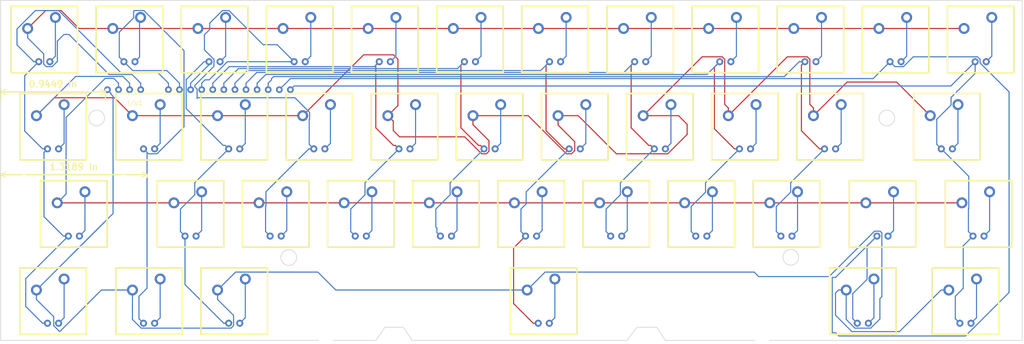
<source format=kicad_pcb>
(kicad_pcb (version 20171130) (host pcbnew "(5.0.2)-1")

  (general
    (thickness 1.6)
    (drawings 18)
    (tracks 484)
    (zones 0)
    (modules 47)
    (nets 57)
  )

  (page A4)
  (layers
    (0 F.Cu signal)
    (31 B.Cu signal)
    (32 B.Adhes user)
    (33 F.Adhes user)
    (34 B.Paste user)
    (35 F.Paste user)
    (36 B.SilkS user)
    (37 F.SilkS user)
    (38 B.Mask user)
    (39 F.Mask user)
    (40 Dwgs.User user)
    (41 Cmts.User user)
    (42 Eco1.User user)
    (43 Eco2.User user)
    (44 Edge.Cuts user)
    (45 Margin user)
    (46 B.CrtYd user)
    (47 F.CrtYd user)
    (48 B.Fab user)
    (49 F.Fab user)
  )

  (setup
    (last_trace_width 0.25)
    (trace_clearance 0.2)
    (zone_clearance 0.508)
    (zone_45_only no)
    (trace_min 0.25)
    (segment_width 0.2)
    (edge_width 0.15)
    (via_size 0.8)
    (via_drill 0.4)
    (via_min_size 0.4)
    (via_min_drill 0.3)
    (uvia_size 0.3)
    (uvia_drill 0.1)
    (uvias_allowed no)
    (uvia_min_size 0.2)
    (uvia_min_drill 0.1)
    (pcb_text_width 0.3)
    (pcb_text_size 1.5 1.5)
    (mod_edge_width 0.15)
    (mod_text_size 1 1)
    (mod_text_width 0.15)
    (pad_size 3.05 3.05)
    (pad_drill 3.05)
    (pad_to_mask_clearance 0.051)
    (solder_mask_min_width 0.25)
    (aux_axis_origin 0 0)
    (grid_origin 42.33 39.37)
    (visible_elements 7FFFFFFF)
    (pcbplotparams
      (layerselection 0x010fc_ffffffff)
      (usegerberextensions false)
      (usegerberattributes false)
      (usegerberadvancedattributes false)
      (creategerberjobfile false)
      (excludeedgelayer true)
      (linewidth 0.100000)
      (plotframeref false)
      (viasonmask false)
      (mode 1)
      (useauxorigin false)
      (hpglpennumber 1)
      (hpglpenspeed 20)
      (hpglpendiameter 15.000000)
      (psnegative false)
      (psa4output false)
      (plotreference true)
      (plotvalue true)
      (plotinvisibletext false)
      (padsonsilk false)
      (subtractmaskfromsilk false)
      (outputformat 1)
      (mirror false)
      (drillshape 0)
      (scaleselection 1)
      (outputdirectory "./"))
  )

  (net 0 "")
  (net 1 /row1)
  (net 2 /row2)
  (net 3 /row3)
  (net 4 /row4)
  (net 5 /col1)
  (net 6 /col2)
  (net 7 /col3)
  (net 8 /col6)
  (net 9 /col7)
  (net 10 /col8)
  (net 11 /col9)
  (net 12 /col10)
  (net 13 /col11)
  (net 14 /col12)
  (net 15 "Net-(U1-Pad2)")
  (net 16 "Net-(U2-Pad2)")
  (net 17 "Net-(U3-Pad2)")
  (net 18 "Net-(U4-Pad2)")
  (net 19 "Net-(U5-Pad2)")
  (net 20 "Net-(U6-Pad2)")
  (net 21 "Net-(U7-Pad2)")
  (net 22 "Net-(U8-Pad2)")
  (net 23 "Net-(U9-Pad2)")
  (net 24 "Net-(U10-Pad2)")
  (net 25 "Net-(U11-Pad2)")
  (net 26 "Net-(U12-Pad2)")
  (net 27 "Net-(U13-Pad2)")
  (net 28 "Net-(U14-Pad2)")
  (net 29 "Net-(U15-Pad2)")
  (net 30 "Net-(U16-Pad2)")
  (net 31 "Net-(U17-Pad2)")
  (net 32 "Net-(U19-Pad2)")
  (net 33 "Net-(U20-Pad2)")
  (net 34 "Net-(U21-Pad2)")
  (net 35 "Net-(U22-Pad2)")
  (net 36 "Net-(U23-Pad2)")
  (net 37 "Net-(U24-Pad2)")
  (net 38 "Net-(U25-Pad2)")
  (net 39 "Net-(U26-Pad2)")
  (net 40 "Net-(U27-Pad2)")
  (net 41 "Net-(U28-Pad2)")
  (net 42 "Net-(U29-Pad2)")
  (net 43 "Net-(U30-Pad2)")
  (net 44 "Net-(U31-Pad2)")
  (net 45 "Net-(U32-Pad2)")
  (net 46 "Net-(U33-Pad2)")
  (net 47 "Net-(U34-Pad2)")
  (net 48 "Net-(U36-Pad2)")
  (net 49 "Net-(U37-Pad2)")
  (net 50 "Net-(U38-Pad2)")
  (net 51 "Net-(U39-Pad2)")
  (net 52 "Net-(U40-Pad2)")
  (net 53 "Net-(U41-Pad2)")
  (net 54 "Net-(U42-Pad2)")
  (net 55 "Net-(U10-Pad4)")
  (net 56 "Net-(U12-Pad4)")

  (net_class Default 这是默认网络组.
    (clearance 0.2)
    (trace_width 0.25)
    (via_dia 0.8)
    (via_drill 0.4)
    (uvia_dia 0.3)
    (uvia_drill 0.1)
    (add_net /col1)
    (add_net /col10)
    (add_net /col11)
    (add_net /col12)
    (add_net /col2)
    (add_net /col3)
    (add_net /col6)
    (add_net /col7)
    (add_net /col8)
    (add_net /col9)
    (add_net /row1)
    (add_net /row2)
    (add_net /row3)
    (add_net /row4)
    (add_net "Net-(U1-Pad2)")
    (add_net "Net-(U10-Pad2)")
    (add_net "Net-(U10-Pad4)")
    (add_net "Net-(U11-Pad2)")
    (add_net "Net-(U12-Pad2)")
    (add_net "Net-(U12-Pad4)")
    (add_net "Net-(U13-Pad2)")
    (add_net "Net-(U14-Pad2)")
    (add_net "Net-(U15-Pad2)")
    (add_net "Net-(U16-Pad2)")
    (add_net "Net-(U17-Pad2)")
    (add_net "Net-(U19-Pad2)")
    (add_net "Net-(U2-Pad2)")
    (add_net "Net-(U20-Pad2)")
    (add_net "Net-(U21-Pad2)")
    (add_net "Net-(U22-Pad2)")
    (add_net "Net-(U23-Pad2)")
    (add_net "Net-(U24-Pad2)")
    (add_net "Net-(U25-Pad2)")
    (add_net "Net-(U26-Pad2)")
    (add_net "Net-(U27-Pad2)")
    (add_net "Net-(U28-Pad2)")
    (add_net "Net-(U29-Pad2)")
    (add_net "Net-(U3-Pad2)")
    (add_net "Net-(U30-Pad2)")
    (add_net "Net-(U31-Pad2)")
    (add_net "Net-(U32-Pad2)")
    (add_net "Net-(U33-Pad2)")
    (add_net "Net-(U34-Pad2)")
    (add_net "Net-(U36-Pad2)")
    (add_net "Net-(U37-Pad2)")
    (add_net "Net-(U38-Pad2)")
    (add_net "Net-(U39-Pad2)")
    (add_net "Net-(U4-Pad2)")
    (add_net "Net-(U40-Pad2)")
    (add_net "Net-(U41-Pad2)")
    (add_net "Net-(U42-Pad2)")
    (add_net "Net-(U5-Pad2)")
    (add_net "Net-(U6-Pad2)")
    (add_net "Net-(U7-Pad2)")
    (add_net "Net-(U8-Pad2)")
    (add_net "Net-(U9-Pad2)")
  )

  (module "" (layer F.Cu) (tedit 5C892825) (tstamp 0)
    (at 108.34 129.79)
    (fp_text reference "" (at 0 0) (layer F.SilkS)
      (effects (font (size 1.27 1.27) (thickness 0.15)))
    )
    (fp_text value "" (at 0 0) (layer F.SilkS)
      (effects (font (size 1.27 1.27) (thickness 0.15)))
    )
    (pad "" np_thru_hole circle (at -5.5 -14.92) (size 3.05 3.05) (drill 3.05) (layers *.Cu *.Mask))
    (pad "" np_thru_hole circle (at -5.54 0.4) (size 4 4) (drill 4) (layers *.Cu *.Mask))
  )

  (module "" (layer F.Cu) (tedit 5C89ACE4) (tstamp 0)
    (at 262.5 89.29)
    (fp_text reference "" (at 0 0) (layer F.SilkS)
      (effects (font (size 1.27 1.27) (thickness 0.15)))
    )
    (fp_text value "" (at 0 0) (layer F.SilkS)
      (effects (font (size 1.27 1.27) (thickness 0.15)))
    )
    (pad "" np_thru_hole circle (at -5.5 -14.42) (size 3.05 3.05) (drill 3.05) (layers *.Cu *.Mask))
    (pad "" np_thru_hole circle (at -5.54 0.9) (size 4 4) (drill 4) (layers *.Cu *.Mask))
  )

  (module "" (layer F.Cu) (tedit 5C89ACDC) (tstamp 0)
    (at 238.5 89.29)
    (fp_text reference "" (at 0 0) (layer F.SilkS)
      (effects (font (size 1.27 1.27) (thickness 0.15)))
    )
    (fp_text value "" (at 0 0) (layer F.SilkS)
      (effects (font (size 1.27 1.27) (thickness 0.15)))
    )
    (pad "" np_thru_hole circle (at -5.5 -14.42) (size 3.05 3.05) (drill 3.05) (layers *.Cu *.Mask))
    (pad "" np_thru_hole circle (at -5.54 0.9) (size 4 4) (drill 4) (layers *.Cu *.Mask))
  )

  (module "" (layer F.Cu) (tedit 5C89AC0D) (tstamp 0)
    (at 62 109.7)
    (fp_text reference "" (at 0 0) (layer F.SilkS)
      (effects (font (size 1.27 1.27) (thickness 0.15)))
    )
    (fp_text value "" (at 0 0) (layer F.SilkS)
      (effects (font (size 1.27 1.27) (thickness 0.15)))
    )
    (pad "" np_thru_hole circle (at -5.5 -14.83) (size 3.05 3.05) (drill 3.05) (layers *.Cu *.Mask))
    (pad "" np_thru_hole circle (at -5.54 0.49) (size 4 4) (drill 4) (layers *.Cu *.Mask))
  )

  (module "" (layer F.Cu) (tedit 5C89ABDE) (tstamp 0)
    (at 39.04 109.2)
    (fp_text reference "" (at 0 0) (layer F.SilkS)
      (effects (font (size 1.27 1.27) (thickness 0.15)))
    )
    (fp_text value "" (at 0 0) (layer F.SilkS)
      (effects (font (size 1.27 1.27) (thickness 0.15)))
    )
    (pad "" np_thru_hole circle (at -5.5 -14.33) (size 3.05 3.05) (drill 3.05) (layers *.Cu *.Mask))
    (pad "" np_thru_hole circle (at -5.54 0.99) (size 4 4) (drill 4) (layers *.Cu *.Mask))
  )

  (module "" (layer F.Cu) (tedit 5C892778) (tstamp 0)
    (at 208.3 128.11)
    (fp_text reference "" (at 0 0) (layer F.SilkS)
      (effects (font (size 1.27 1.27) (thickness 0.15)))
    )
    (fp_text value "" (at 0 0) (layer F.SilkS)
      (effects (font (size 1.27 1.27) (thickness 0.15)))
    )
    (pad "" np_thru_hole circle (at -5.5 -13.24) (size 3.05 3.05) (drill 3.05) (layers *.Cu *.Mask))
    (pad "" np_thru_hole circle (at -5.54 2.08) (size 4 4) (drill 4) (layers *.Cu *.Mask))
  )

  (module Button_Switch_Keyboard:ioport (layer F.Cu) (tedit 5C890B99) (tstamp 5CADC477)
    (at 59.14 76.41)
    (path /5C95281C)
    (fp_text reference i/o1 (at 0 0.5) (layer F.SilkS)
      (effects (font (size 1 1) (thickness 0.15)))
    )
    (fp_text value UI (at 0 -0.5) (layer F.Fab)
      (effects (font (size 1 1) (thickness 0.15)))
    )
    (pad 16 thru_hole circle (at 35.56 -2.54) (size 1.524 1.524) (drill 0.762) (layers *.Cu *.Mask)
      (net 14 /col12))
    (pad 15 thru_hole circle (at 33.02 -2.54) (size 1.524 1.524) (drill 0.762) (layers *.Cu *.Mask)
      (net 13 /col11))
    (pad 14 thru_hole circle (at 30.48 -2.54) (size 1.524 1.524) (drill 0.762) (layers *.Cu *.Mask)
      (net 12 /col10))
    (pad 13 thru_hole circle (at 27.94 -2.54) (size 1.524 1.524) (drill 0.762) (layers *.Cu *.Mask)
      (net 11 /col9))
    (pad 12 thru_hole circle (at 25.4 -2.54) (size 1.524 1.524) (drill 0.762) (layers *.Cu *.Mask)
      (net 10 /col8))
    (pad 11 thru_hole circle (at 22.86 -2.54) (size 1.524 1.524) (drill 0.762) (layers *.Cu *.Mask)
      (net 9 /col7))
    (pad 10 thru_hole circle (at 20.32 -2.54) (size 1.524 1.524) (drill 0.762) (layers *.Cu *.Mask)
      (net 8 /col6))
    (pad 9 thru_hole circle (at 17.78 -2.54) (size 1.524 1.524) (drill 0.762) (layers *.Cu *.Mask)
      (net 7 /col3))
    (pad 8 thru_hole circle (at 15.24 -2.54) (size 1.524 1.524) (drill 0.762) (layers *.Cu *.Mask)
      (net 56 "Net-(U12-Pad4)"))
    (pad 7 thru_hole circle (at 12.7 -2.54) (size 1.524 1.524) (drill 0.762) (layers *.Cu *.Mask)
      (net 55 "Net-(U10-Pad4)"))
    (pad 6 thru_hole circle (at 10.16 -2.54) (size 1.524 1.524) (drill 0.762) (layers *.Cu *.Mask)
      (net 6 /col2))
    (pad 5 thru_hole circle (at 7.62 -2.54) (size 1.524 1.524) (drill 0.762) (layers *.Cu *.Mask)
      (net 5 /col1))
    (pad 4 thru_hole circle (at -6.35 -2.54) (size 1.524 1.524) (drill 0.762) (layers *.Cu *.Mask)
      (net 4 /row4))
    (pad 3 thru_hole circle (at -3.81 -2.54) (size 1.524 1.524) (drill 0.762) (layers *.Cu *.Mask)
      (net 3 /row3))
    (pad 2 thru_hole circle (at -1.27 -2.54) (size 1.524 1.524) (drill 0.762) (layers *.Cu *.Mask)
      (net 2 /row2))
    (pad 1 thru_hole circle (at 1.27 -2.54) (size 1.524 1.524) (drill 0.762) (layers *.Cu *.Mask)
      (net 1 /row1))
  )

  (module Button_Switch_Keyboard:MX1As (layer F.Cu) (tedit 5C87CB73) (tstamp 5CADC486)
    (at 38.33 62.37)
    (path /5C888BA1)
    (fp_text reference U1 (at -4.826 9.2075) (layer F.SilkS) hide
      (effects (font (size 1.524 1.524) (thickness 0.3048)))
    )
    (fp_text value KEY (at -5.08 -8.89) (layer F.SilkS) hide
      (effects (font (size 1.524 1.524) (thickness 0.3048)))
    )
    (fp_line (start -7.62 -7.62) (end 7.62 -7.62) (layer F.SilkS) (width 0.381))
    (fp_line (start 7.62 -7.62) (end 7.62 7.62) (layer F.SilkS) (width 0.381))
    (fp_line (start 7.62 7.62) (end -7.62 7.62) (layer F.SilkS) (width 0.381))
    (fp_line (start -7.62 7.62) (end -7.62 -7.62) (layer F.SilkS) (width 0.381))
    (pad 4 thru_hole circle (at -1.27 5.08) (size 1.6 1.6) (drill 0.813) (layers *.Cu *.Mask)
      (net 5 /col1))
    (pad 3 thru_hole circle (at 1.27 5.08) (size 1.6 1.6) (drill 0.813) (layers *.Cu *.Mask)
      (net 15 "Net-(U1-Pad2)"))
    (pad "" np_thru_hole circle (at 0 0) (size 3.98018 3.98018) (drill 3.98018) (layers *.Cu *.Mask))
    (pad 2 thru_hole circle (at 2.54 -5.08) (size 2.49936 2.49936) (drill 1.50114) (layers *.Cu *.Mask)
      (net 15 "Net-(U1-Pad2)"))
    (pad 1 thru_hole circle (at -3.81 -2.54) (size 2.49936 2.49936) (drill 1.50114) (layers *.Cu *.Mask)
      (net 1 /row1))
    (pad "" np_thru_hole circle (at -5.08 0) (size 1.69926 1.69926) (drill 1.69926) (layers *.Cu *.Mask))
    (pad "" np_thru_hole circle (at 5.08 0) (size 1.69926 1.69926) (drill 1.69926) (layers *.Cu *.Mask))
    (model ${KIPRJMOD}/lib/mx1a.pretty/cherrymx.wrl
      (at (xyz 0 0 0))
      (scale (xyz 1 1 1))
      (rotate (xyz 0 0 0))
    )
  )

  (module Button_Switch_Keyboard:MX1As (layer F.Cu) (tedit 5C87CB73) (tstamp 5CADC495)
    (at 40.33 82.37)
    (path /5C8891A1)
    (fp_text reference U2 (at -4.826 9.2075) (layer F.SilkS) hide
      (effects (font (size 1.524 1.524) (thickness 0.3048)))
    )
    (fp_text value KEY (at -5.08 -8.89) (layer F.SilkS) hide
      (effects (font (size 1.524 1.524) (thickness 0.3048)))
    )
    (fp_line (start -7.62 7.62) (end -7.62 -7.62) (layer F.SilkS) (width 0.381))
    (fp_line (start 7.62 7.62) (end -7.62 7.62) (layer F.SilkS) (width 0.381))
    (fp_line (start 7.62 -7.62) (end 7.62 7.62) (layer F.SilkS) (width 0.381))
    (fp_line (start -7.62 -7.62) (end 7.62 -7.62) (layer F.SilkS) (width 0.381))
    (pad "" np_thru_hole circle (at 5.08 0) (size 1.69926 1.69926) (drill 1.69926) (layers *.Cu *.Mask))
    (pad "" np_thru_hole circle (at -5.08 0) (size 1.69926 1.69926) (drill 1.69926) (layers *.Cu *.Mask))
    (pad 1 thru_hole circle (at -3.81 -2.54) (size 2.49936 2.49936) (drill 1.50114) (layers *.Cu *.Mask)
      (net 2 /row2))
    (pad 2 thru_hole circle (at 2.54 -5.08) (size 2.49936 2.49936) (drill 1.50114) (layers *.Cu *.Mask)
      (net 16 "Net-(U2-Pad2)"))
    (pad "" np_thru_hole circle (at 0 0) (size 3.98018 3.98018) (drill 3.98018) (layers *.Cu *.Mask))
    (pad 3 thru_hole circle (at 1.27 5.08) (size 1.6 1.6) (drill 0.813) (layers *.Cu *.Mask)
      (net 16 "Net-(U2-Pad2)"))
    (pad 4 thru_hole circle (at -1.27 5.08) (size 1.6 1.6) (drill 0.813) (layers *.Cu *.Mask)
      (net 5 /col1))
    (model ${KIPRJMOD}/lib/mx1a.pretty/cherrymx.wrl
      (at (xyz 0 0 0))
      (scale (xyz 1 1 1))
      (rotate (xyz 0 0 0))
    )
  )

  (module Button_Switch_Keyboard:MX1As (layer F.Cu) (tedit 5C87CB73) (tstamp 5CADC4A4)
    (at 45.1 102.37)
    (path /5C889738)
    (fp_text reference U3 (at -4.826 9.2075) (layer F.SilkS) hide
      (effects (font (size 1.524 1.524) (thickness 0.3048)))
    )
    (fp_text value KEY (at -5.08 -8.89) (layer F.SilkS) hide
      (effects (font (size 1.524 1.524) (thickness 0.3048)))
    )
    (fp_line (start -7.62 7.62) (end -7.62 -7.62) (layer F.SilkS) (width 0.381))
    (fp_line (start 7.62 7.62) (end -7.62 7.62) (layer F.SilkS) (width 0.381))
    (fp_line (start 7.62 -7.62) (end 7.62 7.62) (layer F.SilkS) (width 0.381))
    (fp_line (start -7.62 -7.62) (end 7.62 -7.62) (layer F.SilkS) (width 0.381))
    (pad "" np_thru_hole circle (at 5.08 0) (size 1.69926 1.69926) (drill 1.69926) (layers *.Cu *.Mask))
    (pad "" np_thru_hole circle (at -5.08 0) (size 1.69926 1.69926) (drill 1.69926) (layers *.Cu *.Mask))
    (pad 1 thru_hole circle (at -3.81 -2.54) (size 2.49936 2.49936) (drill 1.50114) (layers *.Cu *.Mask)
      (net 3 /row3))
    (pad 2 thru_hole circle (at 2.54 -5.08) (size 2.49936 2.49936) (drill 1.50114) (layers *.Cu *.Mask)
      (net 17 "Net-(U3-Pad2)"))
    (pad "" np_thru_hole circle (at 0 0) (size 3.98018 3.98018) (drill 3.98018) (layers *.Cu *.Mask))
    (pad 3 thru_hole circle (at 1.27 5.08) (size 1.6 1.6) (drill 0.813) (layers *.Cu *.Mask)
      (net 17 "Net-(U3-Pad2)"))
    (pad 4 thru_hole circle (at -1.27 5.08) (size 1.6 1.6) (drill 0.813) (layers *.Cu *.Mask)
      (net 5 /col1))
    (model ${KIPRJMOD}/lib/mx1a.pretty/cherrymx.wrl
      (at (xyz 0 0 0))
      (scale (xyz 1 1 1))
      (rotate (xyz 0 0 0))
    )
  )

  (module Button_Switch_Keyboard:MX1As (layer F.Cu) (tedit 5C87CB73) (tstamp 5CADC4B3)
    (at 40.33 122.37)
    (path /5C889AD4)
    (fp_text reference U4 (at -4.826 9.2075) (layer F.SilkS) hide
      (effects (font (size 1.524 1.524) (thickness 0.3048)))
    )
    (fp_text value KEY (at -5.08 -8.89) (layer F.SilkS) hide
      (effects (font (size 1.524 1.524) (thickness 0.3048)))
    )
    (fp_line (start -7.62 7.62) (end -7.62 -7.62) (layer F.SilkS) (width 0.381))
    (fp_line (start 7.62 7.62) (end -7.62 7.62) (layer F.SilkS) (width 0.381))
    (fp_line (start 7.62 -7.62) (end 7.62 7.62) (layer F.SilkS) (width 0.381))
    (fp_line (start -7.62 -7.62) (end 7.62 -7.62) (layer F.SilkS) (width 0.381))
    (pad "" np_thru_hole circle (at 5.08 0) (size 1.69926 1.69926) (drill 1.69926) (layers *.Cu *.Mask))
    (pad "" np_thru_hole circle (at -5.08 0) (size 1.69926 1.69926) (drill 1.69926) (layers *.Cu *.Mask))
    (pad 1 thru_hole circle (at -3.81 -2.54) (size 2.49936 2.49936) (drill 1.50114) (layers *.Cu *.Mask)
      (net 4 /row4))
    (pad 2 thru_hole circle (at 2.54 -5.08) (size 2.49936 2.49936) (drill 1.50114) (layers *.Cu *.Mask)
      (net 18 "Net-(U4-Pad2)"))
    (pad "" np_thru_hole circle (at 0 0) (size 3.98018 3.98018) (drill 3.98018) (layers *.Cu *.Mask))
    (pad 3 thru_hole circle (at 1.27 5.08) (size 1.6 1.6) (drill 0.813) (layers *.Cu *.Mask)
      (net 18 "Net-(U4-Pad2)"))
    (pad 4 thru_hole circle (at -1.27 5.08) (size 1.6 1.6) (drill 0.813) (layers *.Cu *.Mask)
      (net 5 /col1))
    (model ${KIPRJMOD}/lib/mx1a.pretty/cherrymx.wrl
      (at (xyz 0 0 0))
      (scale (xyz 1 1 1))
      (rotate (xyz 0 0 0))
    )
  )

  (module Button_Switch_Keyboard:MX1As (layer F.Cu) (tedit 5C87CB73) (tstamp 5CADC4C2)
    (at 57.83 62.37)
    (path /5C888601)
    (fp_text reference U5 (at -4.826 9.2075) (layer F.SilkS) hide
      (effects (font (size 1.524 1.524) (thickness 0.3048)))
    )
    (fp_text value KEY (at -5.08 -8.89) (layer F.SilkS) hide
      (effects (font (size 1.524 1.524) (thickness 0.3048)))
    )
    (fp_line (start -7.62 7.62) (end -7.62 -7.62) (layer F.SilkS) (width 0.381))
    (fp_line (start 7.62 7.62) (end -7.62 7.62) (layer F.SilkS) (width 0.381))
    (fp_line (start 7.62 -7.62) (end 7.62 7.62) (layer F.SilkS) (width 0.381))
    (fp_line (start -7.62 -7.62) (end 7.62 -7.62) (layer F.SilkS) (width 0.381))
    (pad "" np_thru_hole circle (at 5.08 0) (size 1.69926 1.69926) (drill 1.69926) (layers *.Cu *.Mask))
    (pad "" np_thru_hole circle (at -5.08 0) (size 1.69926 1.69926) (drill 1.69926) (layers *.Cu *.Mask))
    (pad 1 thru_hole circle (at -3.81 -2.54) (size 2.49936 2.49936) (drill 1.50114) (layers *.Cu *.Mask)
      (net 1 /row1))
    (pad 2 thru_hole circle (at 2.54 -5.08) (size 2.49936 2.49936) (drill 1.50114) (layers *.Cu *.Mask)
      (net 19 "Net-(U5-Pad2)"))
    (pad "" np_thru_hole circle (at 0 0) (size 3.98018 3.98018) (drill 3.98018) (layers *.Cu *.Mask))
    (pad 3 thru_hole circle (at 1.27 5.08) (size 1.6 1.6) (drill 0.813) (layers *.Cu *.Mask)
      (net 19 "Net-(U5-Pad2)"))
    (pad 4 thru_hole circle (at -1.27 5.08) (size 1.6 1.6) (drill 0.813) (layers *.Cu *.Mask)
      (net 6 /col2))
    (model ${KIPRJMOD}/lib/mx1a.pretty/cherrymx.wrl
      (at (xyz 0 0 0))
      (scale (xyz 1 1 1))
      (rotate (xyz 0 0 0))
    )
  )

  (module Button_Switch_Keyboard:MX1As (layer F.Cu) (tedit 5C87CB73) (tstamp 5CADC4D1)
    (at 62.33 82.37)
    (path /5C889154)
    (fp_text reference U6 (at -4.826 9.2075) (layer F.SilkS) hide
      (effects (font (size 1.524 1.524) (thickness 0.3048)))
    )
    (fp_text value KEY (at -5.08 -8.89) (layer F.SilkS) hide
      (effects (font (size 1.524 1.524) (thickness 0.3048)))
    )
    (fp_line (start -7.62 -7.62) (end 7.62 -7.62) (layer F.SilkS) (width 0.381))
    (fp_line (start 7.62 -7.62) (end 7.62 7.62) (layer F.SilkS) (width 0.381))
    (fp_line (start 7.62 7.62) (end -7.62 7.62) (layer F.SilkS) (width 0.381))
    (fp_line (start -7.62 7.62) (end -7.62 -7.62) (layer F.SilkS) (width 0.381))
    (pad 4 thru_hole circle (at -1.27 5.08) (size 1.6 1.6) (drill 0.813) (layers *.Cu *.Mask)
      (net 6 /col2))
    (pad 3 thru_hole circle (at 1.27 5.08) (size 1.6 1.6) (drill 0.813) (layers *.Cu *.Mask)
      (net 20 "Net-(U6-Pad2)"))
    (pad "" np_thru_hole circle (at 0 0) (size 3.98018 3.98018) (drill 3.98018) (layers *.Cu *.Mask))
    (pad 2 thru_hole circle (at 2.54 -5.08) (size 2.49936 2.49936) (drill 1.50114) (layers *.Cu *.Mask)
      (net 20 "Net-(U6-Pad2)"))
    (pad 1 thru_hole circle (at -3.81 -2.54) (size 2.49936 2.49936) (drill 1.50114) (layers *.Cu *.Mask)
      (net 2 /row2))
    (pad "" np_thru_hole circle (at -5.08 0) (size 1.69926 1.69926) (drill 1.69926) (layers *.Cu *.Mask))
    (pad "" np_thru_hole circle (at 5.08 0) (size 1.69926 1.69926) (drill 1.69926) (layers *.Cu *.Mask))
    (model ${KIPRJMOD}/lib/mx1a.pretty/cherrymx.wrl
      (at (xyz 0 0 0))
      (scale (xyz 1 1 1))
      (rotate (xyz 0 0 0))
    )
  )

  (module Button_Switch_Keyboard:MX1As (layer F.Cu) (tedit 5C87CB73) (tstamp 5CADC4E0)
    (at 62.33 122.37)
    (path /5C889A87)
    (fp_text reference U7 (at -4.826 9.2075) (layer F.SilkS) hide
      (effects (font (size 1.524 1.524) (thickness 0.3048)))
    )
    (fp_text value KEY (at -5.08 -8.89) (layer F.SilkS) hide
      (effects (font (size 1.524 1.524) (thickness 0.3048)))
    )
    (fp_line (start -7.62 -7.62) (end 7.62 -7.62) (layer F.SilkS) (width 0.381))
    (fp_line (start 7.62 -7.62) (end 7.62 7.62) (layer F.SilkS) (width 0.381))
    (fp_line (start 7.62 7.62) (end -7.62 7.62) (layer F.SilkS) (width 0.381))
    (fp_line (start -7.62 7.62) (end -7.62 -7.62) (layer F.SilkS) (width 0.381))
    (pad 4 thru_hole circle (at -1.27 5.08) (size 1.6 1.6) (drill 0.813) (layers *.Cu *.Mask)
      (net 6 /col2))
    (pad 3 thru_hole circle (at 1.27 5.08) (size 1.6 1.6) (drill 0.813) (layers *.Cu *.Mask)
      (net 21 "Net-(U7-Pad2)"))
    (pad "" np_thru_hole circle (at 0 0) (size 3.98018 3.98018) (drill 3.98018) (layers *.Cu *.Mask))
    (pad 2 thru_hole circle (at 2.54 -5.08) (size 2.49936 2.49936) (drill 1.50114) (layers *.Cu *.Mask)
      (net 21 "Net-(U7-Pad2)"))
    (pad 1 thru_hole circle (at -3.81 -2.54) (size 2.49936 2.49936) (drill 1.50114) (layers *.Cu *.Mask)
      (net 4 /row4))
    (pad "" np_thru_hole circle (at -5.08 0) (size 1.69926 1.69926) (drill 1.69926) (layers *.Cu *.Mask))
    (pad "" np_thru_hole circle (at 5.08 0) (size 1.69926 1.69926) (drill 1.69926) (layers *.Cu *.Mask))
    (model ${KIPRJMOD}/lib/mx1a.pretty/cherrymx.wrl
      (at (xyz 0 0 0))
      (scale (xyz 1 1 1))
      (rotate (xyz 0 0 0))
    )
  )

  (module Button_Switch_Keyboard:MX1As (layer F.Cu) (tedit 5C87CB73) (tstamp 5CADC4EF)
    (at 77.33 62.37)
    (path /5C8886C2)
    (fp_text reference U8 (at -4.826 9.2075) (layer F.SilkS) hide
      (effects (font (size 1.524 1.524) (thickness 0.3048)))
    )
    (fp_text value KEY (at -5.08 -8.89) (layer F.SilkS) hide
      (effects (font (size 1.524 1.524) (thickness 0.3048)))
    )
    (fp_line (start -7.62 7.62) (end -7.62 -7.62) (layer F.SilkS) (width 0.381))
    (fp_line (start 7.62 7.62) (end -7.62 7.62) (layer F.SilkS) (width 0.381))
    (fp_line (start 7.62 -7.62) (end 7.62 7.62) (layer F.SilkS) (width 0.381))
    (fp_line (start -7.62 -7.62) (end 7.62 -7.62) (layer F.SilkS) (width 0.381))
    (pad "" np_thru_hole circle (at 5.08 0) (size 1.69926 1.69926) (drill 1.69926) (layers *.Cu *.Mask))
    (pad "" np_thru_hole circle (at -5.08 0) (size 1.69926 1.69926) (drill 1.69926) (layers *.Cu *.Mask))
    (pad 1 thru_hole circle (at -3.81 -2.54) (size 2.49936 2.49936) (drill 1.50114) (layers *.Cu *.Mask)
      (net 1 /row1))
    (pad 2 thru_hole circle (at 2.54 -5.08) (size 2.49936 2.49936) (drill 1.50114) (layers *.Cu *.Mask)
      (net 22 "Net-(U8-Pad2)"))
    (pad "" np_thru_hole circle (at 0 0) (size 3.98018 3.98018) (drill 3.98018) (layers *.Cu *.Mask))
    (pad 3 thru_hole circle (at 1.27 5.08) (size 1.6 1.6) (drill 0.813) (layers *.Cu *.Mask)
      (net 22 "Net-(U8-Pad2)"))
    (pad 4 thru_hole circle (at -1.27 5.08) (size 1.6 1.6) (drill 0.813) (layers *.Cu *.Mask)
      (net 55 "Net-(U10-Pad4)"))
    (model ${KIPRJMOD}/lib/mx1a.pretty/cherrymx.wrl
      (at (xyz 0 0 0))
      (scale (xyz 1 1 1))
      (rotate (xyz 0 0 0))
    )
  )

  (module Button_Switch_Keyboard:MX1As (layer F.Cu) (tedit 5C87CB73) (tstamp 5CADC4FE)
    (at 81.83 82.37)
    (path /5C88915B)
    (fp_text reference U9 (at -4.826 9.2075) (layer F.SilkS) hide
      (effects (font (size 1.524 1.524) (thickness 0.3048)))
    )
    (fp_text value KEY (at -5.08 -8.89) (layer F.SilkS) hide
      (effects (font (size 1.524 1.524) (thickness 0.3048)))
    )
    (fp_line (start -7.62 7.62) (end -7.62 -7.62) (layer F.SilkS) (width 0.381))
    (fp_line (start 7.62 7.62) (end -7.62 7.62) (layer F.SilkS) (width 0.381))
    (fp_line (start 7.62 -7.62) (end 7.62 7.62) (layer F.SilkS) (width 0.381))
    (fp_line (start -7.62 -7.62) (end 7.62 -7.62) (layer F.SilkS) (width 0.381))
    (pad "" np_thru_hole circle (at 5.08 0) (size 1.69926 1.69926) (drill 1.69926) (layers *.Cu *.Mask))
    (pad "" np_thru_hole circle (at -5.08 0) (size 1.69926 1.69926) (drill 1.69926) (layers *.Cu *.Mask))
    (pad 1 thru_hole circle (at -3.81 -2.54) (size 2.49936 2.49936) (drill 1.50114) (layers *.Cu *.Mask)
      (net 2 /row2))
    (pad 2 thru_hole circle (at 2.54 -5.08) (size 2.49936 2.49936) (drill 1.50114) (layers *.Cu *.Mask)
      (net 23 "Net-(U9-Pad2)"))
    (pad "" np_thru_hole circle (at 0 0) (size 3.98018 3.98018) (drill 3.98018) (layers *.Cu *.Mask))
    (pad 3 thru_hole circle (at 1.27 5.08) (size 1.6 1.6) (drill 0.813) (layers *.Cu *.Mask)
      (net 23 "Net-(U9-Pad2)"))
    (pad 4 thru_hole circle (at -1.27 5.08) (size 1.6 1.6) (drill 0.813) (layers *.Cu *.Mask)
      (net 55 "Net-(U10-Pad4)"))
    (model ${KIPRJMOD}/lib/mx1a.pretty/cherrymx.wrl
      (at (xyz 0 0 0))
      (scale (xyz 1 1 1))
      (rotate (xyz 0 0 0))
    )
  )

  (module Button_Switch_Keyboard:MX1As (layer F.Cu) (tedit 5C87CB73) (tstamp 5CADC50D)
    (at 71.83 102.37)
    (path /5C8896F2)
    (fp_text reference U10 (at -4.826 9.2075) (layer F.SilkS) hide
      (effects (font (size 1.524 1.524) (thickness 0.3048)))
    )
    (fp_text value KEY (at -5.08 -8.89) (layer F.SilkS) hide
      (effects (font (size 1.524 1.524) (thickness 0.3048)))
    )
    (fp_line (start -7.62 7.62) (end -7.62 -7.62) (layer F.SilkS) (width 0.381))
    (fp_line (start 7.62 7.62) (end -7.62 7.62) (layer F.SilkS) (width 0.381))
    (fp_line (start 7.62 -7.62) (end 7.62 7.62) (layer F.SilkS) (width 0.381))
    (fp_line (start -7.62 -7.62) (end 7.62 -7.62) (layer F.SilkS) (width 0.381))
    (pad "" np_thru_hole circle (at 5.08 0) (size 1.69926 1.69926) (drill 1.69926) (layers *.Cu *.Mask))
    (pad "" np_thru_hole circle (at -5.08 0) (size 1.69926 1.69926) (drill 1.69926) (layers *.Cu *.Mask))
    (pad 1 thru_hole circle (at -3.81 -2.54) (size 2.49936 2.49936) (drill 1.50114) (layers *.Cu *.Mask)
      (net 3 /row3))
    (pad 2 thru_hole circle (at 2.54 -5.08) (size 2.49936 2.49936) (drill 1.50114) (layers *.Cu *.Mask)
      (net 24 "Net-(U10-Pad2)"))
    (pad "" np_thru_hole circle (at 0 0) (size 3.98018 3.98018) (drill 3.98018) (layers *.Cu *.Mask))
    (pad 3 thru_hole circle (at 1.27 5.08) (size 1.6 1.6) (drill 0.813) (layers *.Cu *.Mask)
      (net 24 "Net-(U10-Pad2)"))
    (pad 4 thru_hole circle (at -1.27 5.08) (size 1.6 1.6) (drill 0.813) (layers *.Cu *.Mask)
      (net 55 "Net-(U10-Pad4)"))
    (model ${KIPRJMOD}/lib/mx1a.pretty/cherrymx.wrl
      (at (xyz 0 0 0))
      (scale (xyz 1 1 1))
      (rotate (xyz 0 0 0))
    )
  )

  (module Button_Switch_Keyboard:MX1As (layer F.Cu) (tedit 5C87CB73) (tstamp 5CADC51C)
    (at 81.83 122.37)
    (path /5C889A8E)
    (fp_text reference U11 (at -4.826 9.2075) (layer F.SilkS) hide
      (effects (font (size 1.524 1.524) (thickness 0.3048)))
    )
    (fp_text value KEY (at -5.08 -8.89) (layer F.SilkS) hide
      (effects (font (size 1.524 1.524) (thickness 0.3048)))
    )
    (fp_line (start -7.62 7.62) (end -7.62 -7.62) (layer F.SilkS) (width 0.381))
    (fp_line (start 7.62 7.62) (end -7.62 7.62) (layer F.SilkS) (width 0.381))
    (fp_line (start 7.62 -7.62) (end 7.62 7.62) (layer F.SilkS) (width 0.381))
    (fp_line (start -7.62 -7.62) (end 7.62 -7.62) (layer F.SilkS) (width 0.381))
    (pad "" np_thru_hole circle (at 5.08 0) (size 1.69926 1.69926) (drill 1.69926) (layers *.Cu *.Mask))
    (pad "" np_thru_hole circle (at -5.08 0) (size 1.69926 1.69926) (drill 1.69926) (layers *.Cu *.Mask))
    (pad 1 thru_hole circle (at -3.81 -2.54) (size 2.49936 2.49936) (drill 1.50114) (layers *.Cu *.Mask)
      (net 4 /row4))
    (pad 2 thru_hole circle (at 2.54 -5.08) (size 2.49936 2.49936) (drill 1.50114) (layers *.Cu *.Mask)
      (net 25 "Net-(U11-Pad2)"))
    (pad "" np_thru_hole circle (at 0 0) (size 3.98018 3.98018) (drill 3.98018) (layers *.Cu *.Mask))
    (pad 3 thru_hole circle (at 1.27 5.08) (size 1.6 1.6) (drill 0.813) (layers *.Cu *.Mask)
      (net 25 "Net-(U11-Pad2)"))
    (pad 4 thru_hole circle (at -1.27 5.08) (size 1.6 1.6) (drill 0.813) (layers *.Cu *.Mask)
      (net 55 "Net-(U10-Pad4)"))
    (model ${KIPRJMOD}/lib/mx1a.pretty/cherrymx.wrl
      (at (xyz 0 0 0))
      (scale (xyz 1 1 1))
      (rotate (xyz 0 0 0))
    )
  )

  (module Button_Switch_Keyboard:MX1As (layer F.Cu) (tedit 5C87CB73) (tstamp 5CADC52B)
    (at 96.83 62.37)
    (path /5C888727)
    (fp_text reference U12 (at -4.826 9.2075) (layer F.SilkS) hide
      (effects (font (size 1.524 1.524) (thickness 0.3048)))
    )
    (fp_text value KEY (at -5.08 -8.89) (layer F.SilkS) hide
      (effects (font (size 1.524 1.524) (thickness 0.3048)))
    )
    (fp_line (start -7.62 -7.62) (end 7.62 -7.62) (layer F.SilkS) (width 0.381))
    (fp_line (start 7.62 -7.62) (end 7.62 7.62) (layer F.SilkS) (width 0.381))
    (fp_line (start 7.62 7.62) (end -7.62 7.62) (layer F.SilkS) (width 0.381))
    (fp_line (start -7.62 7.62) (end -7.62 -7.62) (layer F.SilkS) (width 0.381))
    (pad 4 thru_hole circle (at -1.27 5.08) (size 1.6 1.6) (drill 0.813) (layers *.Cu *.Mask)
      (net 56 "Net-(U12-Pad4)"))
    (pad 3 thru_hole circle (at 1.27 5.08) (size 1.6 1.6) (drill 0.813) (layers *.Cu *.Mask)
      (net 26 "Net-(U12-Pad2)"))
    (pad "" np_thru_hole circle (at 0 0) (size 3.98018 3.98018) (drill 3.98018) (layers *.Cu *.Mask))
    (pad 2 thru_hole circle (at 2.54 -5.08) (size 2.49936 2.49936) (drill 1.50114) (layers *.Cu *.Mask)
      (net 26 "Net-(U12-Pad2)"))
    (pad 1 thru_hole circle (at -3.81 -2.54) (size 2.49936 2.49936) (drill 1.50114) (layers *.Cu *.Mask)
      (net 1 /row1))
    (pad "" np_thru_hole circle (at -5.08 0) (size 1.69926 1.69926) (drill 1.69926) (layers *.Cu *.Mask))
    (pad "" np_thru_hole circle (at 5.08 0) (size 1.69926 1.69926) (drill 1.69926) (layers *.Cu *.Mask))
    (model ${KIPRJMOD}/lib/mx1a.pretty/cherrymx.wrl
      (at (xyz 0 0 0))
      (scale (xyz 1 1 1))
      (rotate (xyz 0 0 0))
    )
  )

  (module Button_Switch_Keyboard:MX1As (layer F.Cu) (tedit 5C87CB73) (tstamp 5CADC53A)
    (at 101.33 82.37)
    (path /5C889162)
    (fp_text reference U13 (at -4.826 9.2075) (layer F.SilkS) hide
      (effects (font (size 1.524 1.524) (thickness 0.3048)))
    )
    (fp_text value KEY (at -5.08 -8.89) (layer F.SilkS) hide
      (effects (font (size 1.524 1.524) (thickness 0.3048)))
    )
    (fp_line (start -7.62 -7.62) (end 7.62 -7.62) (layer F.SilkS) (width 0.381))
    (fp_line (start 7.62 -7.62) (end 7.62 7.62) (layer F.SilkS) (width 0.381))
    (fp_line (start 7.62 7.62) (end -7.62 7.62) (layer F.SilkS) (width 0.381))
    (fp_line (start -7.62 7.62) (end -7.62 -7.62) (layer F.SilkS) (width 0.381))
    (pad 4 thru_hole circle (at -1.27 5.08) (size 1.6 1.6) (drill 0.813) (layers *.Cu *.Mask)
      (net 56 "Net-(U12-Pad4)"))
    (pad 3 thru_hole circle (at 1.27 5.08) (size 1.6 1.6) (drill 0.813) (layers *.Cu *.Mask)
      (net 27 "Net-(U13-Pad2)"))
    (pad "" np_thru_hole circle (at 0 0) (size 3.98018 3.98018) (drill 3.98018) (layers *.Cu *.Mask))
    (pad 2 thru_hole circle (at 2.54 -5.08) (size 2.49936 2.49936) (drill 1.50114) (layers *.Cu *.Mask)
      (net 27 "Net-(U13-Pad2)"))
    (pad 1 thru_hole circle (at -3.81 -2.54) (size 2.49936 2.49936) (drill 1.50114) (layers *.Cu *.Mask)
      (net 2 /row2))
    (pad "" np_thru_hole circle (at -5.08 0) (size 1.69926 1.69926) (drill 1.69926) (layers *.Cu *.Mask))
    (pad "" np_thru_hole circle (at 5.08 0) (size 1.69926 1.69926) (drill 1.69926) (layers *.Cu *.Mask))
    (model ${KIPRJMOD}/lib/mx1a.pretty/cherrymx.wrl
      (at (xyz 0 0 0))
      (scale (xyz 1 1 1))
      (rotate (xyz 0 0 0))
    )
  )

  (module Button_Switch_Keyboard:MX1As (layer F.Cu) (tedit 5C87CB73) (tstamp 5CADC549)
    (at 91.33 102.37)
    (path /5C8896F9)
    (fp_text reference U14 (at -4.826 9.2075) (layer F.SilkS) hide
      (effects (font (size 1.524 1.524) (thickness 0.3048)))
    )
    (fp_text value KEY (at -5.08 -8.89) (layer F.SilkS) hide
      (effects (font (size 1.524 1.524) (thickness 0.3048)))
    )
    (fp_line (start -7.62 -7.62) (end 7.62 -7.62) (layer F.SilkS) (width 0.381))
    (fp_line (start 7.62 -7.62) (end 7.62 7.62) (layer F.SilkS) (width 0.381))
    (fp_line (start 7.62 7.62) (end -7.62 7.62) (layer F.SilkS) (width 0.381))
    (fp_line (start -7.62 7.62) (end -7.62 -7.62) (layer F.SilkS) (width 0.381))
    (pad 4 thru_hole circle (at -1.27 5.08) (size 1.6 1.6) (drill 0.813) (layers *.Cu *.Mask)
      (net 56 "Net-(U12-Pad4)"))
    (pad 3 thru_hole circle (at 1.27 5.08) (size 1.6 1.6) (drill 0.813) (layers *.Cu *.Mask)
      (net 28 "Net-(U14-Pad2)"))
    (pad "" np_thru_hole circle (at 0 0) (size 3.98018 3.98018) (drill 3.98018) (layers *.Cu *.Mask))
    (pad 2 thru_hole circle (at 2.54 -5.08) (size 2.49936 2.49936) (drill 1.50114) (layers *.Cu *.Mask)
      (net 28 "Net-(U14-Pad2)"))
    (pad 1 thru_hole circle (at -3.81 -2.54) (size 2.49936 2.49936) (drill 1.50114) (layers *.Cu *.Mask)
      (net 3 /row3))
    (pad "" np_thru_hole circle (at -5.08 0) (size 1.69926 1.69926) (drill 1.69926) (layers *.Cu *.Mask))
    (pad "" np_thru_hole circle (at 5.08 0) (size 1.69926 1.69926) (drill 1.69926) (layers *.Cu *.Mask))
    (model ${KIPRJMOD}/lib/mx1a.pretty/cherrymx.wrl
      (at (xyz 0 0 0))
      (scale (xyz 1 1 1))
      (rotate (xyz 0 0 0))
    )
  )

  (module Button_Switch_Keyboard:MX1As (layer F.Cu) (tedit 5C87CB73) (tstamp 5CADC558)
    (at 116.33 62.37)
    (path /5C888769)
    (fp_text reference U15 (at -4.826 9.2075) (layer F.SilkS) hide
      (effects (font (size 1.524 1.524) (thickness 0.3048)))
    )
    (fp_text value KEY (at -5.08 -8.89) (layer F.SilkS) hide
      (effects (font (size 1.524 1.524) (thickness 0.3048)))
    )
    (fp_line (start -7.62 7.62) (end -7.62 -7.62) (layer F.SilkS) (width 0.381))
    (fp_line (start 7.62 7.62) (end -7.62 7.62) (layer F.SilkS) (width 0.381))
    (fp_line (start 7.62 -7.62) (end 7.62 7.62) (layer F.SilkS) (width 0.381))
    (fp_line (start -7.62 -7.62) (end 7.62 -7.62) (layer F.SilkS) (width 0.381))
    (pad "" np_thru_hole circle (at 5.08 0) (size 1.69926 1.69926) (drill 1.69926) (layers *.Cu *.Mask))
    (pad "" np_thru_hole circle (at -5.08 0) (size 1.69926 1.69926) (drill 1.69926) (layers *.Cu *.Mask))
    (pad 1 thru_hole circle (at -3.81 -2.54) (size 2.49936 2.49936) (drill 1.50114) (layers *.Cu *.Mask)
      (net 1 /row1))
    (pad 2 thru_hole circle (at 2.54 -5.08) (size 2.49936 2.49936) (drill 1.50114) (layers *.Cu *.Mask)
      (net 29 "Net-(U15-Pad2)"))
    (pad "" np_thru_hole circle (at 0 0) (size 3.98018 3.98018) (drill 3.98018) (layers *.Cu *.Mask))
    (pad 3 thru_hole circle (at 1.27 5.08) (size 1.6 1.6) (drill 0.813) (layers *.Cu *.Mask)
      (net 29 "Net-(U15-Pad2)"))
    (pad 4 thru_hole circle (at -1.27 5.08) (size 1.6 1.6) (drill 0.813) (layers *.Cu *.Mask)
      (net 7 /col3))
    (model ${KIPRJMOD}/lib/mx1a.pretty/cherrymx.wrl
      (at (xyz 0 0 0))
      (scale (xyz 1 1 1))
      (rotate (xyz 0 0 0))
    )
  )

  (module Button_Switch_Keyboard:MX1As (layer F.Cu) (tedit 5C87CB73) (tstamp 5CADC567)
    (at 120.83 82.37)
    (path /5C889169)
    (fp_text reference U16 (at -4.826 9.2075) (layer F.SilkS) hide
      (effects (font (size 1.524 1.524) (thickness 0.3048)))
    )
    (fp_text value KEY (at -5.08 -8.89) (layer F.SilkS) hide
      (effects (font (size 1.524 1.524) (thickness 0.3048)))
    )
    (fp_line (start -7.62 7.62) (end -7.62 -7.62) (layer F.SilkS) (width 0.381))
    (fp_line (start 7.62 7.62) (end -7.62 7.62) (layer F.SilkS) (width 0.381))
    (fp_line (start 7.62 -7.62) (end 7.62 7.62) (layer F.SilkS) (width 0.381))
    (fp_line (start -7.62 -7.62) (end 7.62 -7.62) (layer F.SilkS) (width 0.381))
    (pad "" np_thru_hole circle (at 5.08 0) (size 1.69926 1.69926) (drill 1.69926) (layers *.Cu *.Mask))
    (pad "" np_thru_hole circle (at -5.08 0) (size 1.69926 1.69926) (drill 1.69926) (layers *.Cu *.Mask))
    (pad 1 thru_hole circle (at -3.81 -2.54) (size 2.49936 2.49936) (drill 1.50114) (layers *.Cu *.Mask)
      (net 2 /row2))
    (pad 2 thru_hole circle (at 2.54 -5.08) (size 2.49936 2.49936) (drill 1.50114) (layers *.Cu *.Mask)
      (net 30 "Net-(U16-Pad2)"))
    (pad "" np_thru_hole circle (at 0 0) (size 3.98018 3.98018) (drill 3.98018) (layers *.Cu *.Mask))
    (pad 3 thru_hole circle (at 1.27 5.08) (size 1.6 1.6) (drill 0.813) (layers *.Cu *.Mask)
      (net 30 "Net-(U16-Pad2)"))
    (pad 4 thru_hole circle (at -1.27 5.08) (size 1.6 1.6) (drill 0.813) (layers *.Cu *.Mask)
      (net 7 /col3))
    (model ${KIPRJMOD}/lib/mx1a.pretty/cherrymx.wrl
      (at (xyz 0 0 0))
      (scale (xyz 1 1 1))
      (rotate (xyz 0 0 0))
    )
  )

  (module Button_Switch_Keyboard:MX1As (layer F.Cu) (tedit 5C87CB73) (tstamp 5CADC576)
    (at 110.83 102.37)
    (path /5C889700)
    (fp_text reference U17 (at -4.826 9.2075) (layer F.SilkS) hide
      (effects (font (size 1.524 1.524) (thickness 0.3048)))
    )
    (fp_text value KEY (at -5.08 -8.89) (layer F.SilkS) hide
      (effects (font (size 1.524 1.524) (thickness 0.3048)))
    )
    (fp_line (start -7.62 7.62) (end -7.62 -7.62) (layer F.SilkS) (width 0.381))
    (fp_line (start 7.62 7.62) (end -7.62 7.62) (layer F.SilkS) (width 0.381))
    (fp_line (start 7.62 -7.62) (end 7.62 7.62) (layer F.SilkS) (width 0.381))
    (fp_line (start -7.62 -7.62) (end 7.62 -7.62) (layer F.SilkS) (width 0.381))
    (pad "" np_thru_hole circle (at 5.08 0) (size 1.69926 1.69926) (drill 1.69926) (layers *.Cu *.Mask))
    (pad "" np_thru_hole circle (at -5.08 0) (size 1.69926 1.69926) (drill 1.69926) (layers *.Cu *.Mask))
    (pad 1 thru_hole circle (at -3.81 -2.54) (size 2.49936 2.49936) (drill 1.50114) (layers *.Cu *.Mask)
      (net 3 /row3))
    (pad 2 thru_hole circle (at 2.54 -5.08) (size 2.49936 2.49936) (drill 1.50114) (layers *.Cu *.Mask)
      (net 31 "Net-(U17-Pad2)"))
    (pad "" np_thru_hole circle (at 0 0) (size 3.98018 3.98018) (drill 3.98018) (layers *.Cu *.Mask))
    (pad 3 thru_hole circle (at 1.27 5.08) (size 1.6 1.6) (drill 0.813) (layers *.Cu *.Mask)
      (net 31 "Net-(U17-Pad2)"))
    (pad 4 thru_hole circle (at -1.27 5.08) (size 1.6 1.6) (drill 0.813) (layers *.Cu *.Mask)
      (net 7 /col3))
    (model ${KIPRJMOD}/lib/mx1a.pretty/cherrymx.wrl
      (at (xyz 0 0 0))
      (scale (xyz 1 1 1))
      (rotate (xyz 0 0 0))
    )
  )

  (module Button_Switch_Keyboard:MX1As (layer F.Cu) (tedit 5C87CB73) (tstamp 5CADC594)
    (at 135.83 62.37)
    (path /5C888794)
    (fp_text reference U19 (at -4.826 9.2075) (layer F.SilkS) hide
      (effects (font (size 1.524 1.524) (thickness 0.3048)))
    )
    (fp_text value KEY (at -5.08 -8.89) (layer F.SilkS) hide
      (effects (font (size 1.524 1.524) (thickness 0.3048)))
    )
    (fp_line (start -7.62 -7.62) (end 7.62 -7.62) (layer F.SilkS) (width 0.381))
    (fp_line (start 7.62 -7.62) (end 7.62 7.62) (layer F.SilkS) (width 0.381))
    (fp_line (start 7.62 7.62) (end -7.62 7.62) (layer F.SilkS) (width 0.381))
    (fp_line (start -7.62 7.62) (end -7.62 -7.62) (layer F.SilkS) (width 0.381))
    (pad 4 thru_hole circle (at -1.27 5.08) (size 1.6 1.6) (drill 0.813) (layers *.Cu *.Mask)
      (net 8 /col6))
    (pad 3 thru_hole circle (at 1.27 5.08) (size 1.6 1.6) (drill 0.813) (layers *.Cu *.Mask)
      (net 32 "Net-(U19-Pad2)"))
    (pad "" np_thru_hole circle (at 0 0) (size 3.98018 3.98018) (drill 3.98018) (layers *.Cu *.Mask))
    (pad 2 thru_hole circle (at 2.54 -5.08) (size 2.49936 2.49936) (drill 1.50114) (layers *.Cu *.Mask)
      (net 32 "Net-(U19-Pad2)"))
    (pad 1 thru_hole circle (at -3.81 -2.54) (size 2.49936 2.49936) (drill 1.50114) (layers *.Cu *.Mask)
      (net 1 /row1))
    (pad "" np_thru_hole circle (at -5.08 0) (size 1.69926 1.69926) (drill 1.69926) (layers *.Cu *.Mask))
    (pad "" np_thru_hole circle (at 5.08 0) (size 1.69926 1.69926) (drill 1.69926) (layers *.Cu *.Mask))
    (model ${KIPRJMOD}/lib/mx1a.pretty/cherrymx.wrl
      (at (xyz 0 0 0))
      (scale (xyz 1 1 1))
      (rotate (xyz 0 0 0))
    )
  )

  (module Button_Switch_Keyboard:MX1As (layer F.Cu) (tedit 5C87CB73) (tstamp 5CADC5A3)
    (at 140.33 82.37)
    (path /5C889170)
    (fp_text reference U20 (at -4.826 9.2075) (layer F.SilkS) hide
      (effects (font (size 1.524 1.524) (thickness 0.3048)))
    )
    (fp_text value KEY (at -5.08 -8.89) (layer F.SilkS) hide
      (effects (font (size 1.524 1.524) (thickness 0.3048)))
    )
    (fp_line (start -7.62 -7.62) (end 7.62 -7.62) (layer F.SilkS) (width 0.381))
    (fp_line (start 7.62 -7.62) (end 7.62 7.62) (layer F.SilkS) (width 0.381))
    (fp_line (start 7.62 7.62) (end -7.62 7.62) (layer F.SilkS) (width 0.381))
    (fp_line (start -7.62 7.62) (end -7.62 -7.62) (layer F.SilkS) (width 0.381))
    (pad 4 thru_hole circle (at -1.27 5.08) (size 1.6 1.6) (drill 0.813) (layers *.Cu *.Mask)
      (net 8 /col6))
    (pad 3 thru_hole circle (at 1.27 5.08) (size 1.6 1.6) (drill 0.813) (layers *.Cu *.Mask)
      (net 33 "Net-(U20-Pad2)"))
    (pad "" np_thru_hole circle (at 0 0) (size 3.98018 3.98018) (drill 3.98018) (layers *.Cu *.Mask))
    (pad 2 thru_hole circle (at 2.54 -5.08) (size 2.49936 2.49936) (drill 1.50114) (layers *.Cu *.Mask)
      (net 33 "Net-(U20-Pad2)"))
    (pad 1 thru_hole circle (at -3.81 -2.54) (size 2.49936 2.49936) (drill 1.50114) (layers *.Cu *.Mask)
      (net 2 /row2))
    (pad "" np_thru_hole circle (at -5.08 0) (size 1.69926 1.69926) (drill 1.69926) (layers *.Cu *.Mask))
    (pad "" np_thru_hole circle (at 5.08 0) (size 1.69926 1.69926) (drill 1.69926) (layers *.Cu *.Mask))
    (model ${KIPRJMOD}/lib/mx1a.pretty/cherrymx.wrl
      (at (xyz 0 0 0))
      (scale (xyz 1 1 1))
      (rotate (xyz 0 0 0))
    )
  )

  (module Button_Switch_Keyboard:MX1As (layer F.Cu) (tedit 5C87CB73) (tstamp 5CADC5B2)
    (at 130.33 102.37)
    (path /5C889707)
    (fp_text reference U21 (at -4.826 9.2075) (layer F.SilkS) hide
      (effects (font (size 1.524 1.524) (thickness 0.3048)))
    )
    (fp_text value KEY (at -5.08 -8.89) (layer F.SilkS) hide
      (effects (font (size 1.524 1.524) (thickness 0.3048)))
    )
    (fp_line (start -7.62 -7.62) (end 7.62 -7.62) (layer F.SilkS) (width 0.381))
    (fp_line (start 7.62 -7.62) (end 7.62 7.62) (layer F.SilkS) (width 0.381))
    (fp_line (start 7.62 7.62) (end -7.62 7.62) (layer F.SilkS) (width 0.381))
    (fp_line (start -7.62 7.62) (end -7.62 -7.62) (layer F.SilkS) (width 0.381))
    (pad 4 thru_hole circle (at -1.27 5.08) (size 1.6 1.6) (drill 0.813) (layers *.Cu *.Mask)
      (net 8 /col6))
    (pad 3 thru_hole circle (at 1.27 5.08) (size 1.6 1.6) (drill 0.813) (layers *.Cu *.Mask)
      (net 34 "Net-(U21-Pad2)"))
    (pad "" np_thru_hole circle (at 0 0) (size 3.98018 3.98018) (drill 3.98018) (layers *.Cu *.Mask))
    (pad 2 thru_hole circle (at 2.54 -5.08) (size 2.49936 2.49936) (drill 1.50114) (layers *.Cu *.Mask)
      (net 34 "Net-(U21-Pad2)"))
    (pad 1 thru_hole circle (at -3.81 -2.54) (size 2.49936 2.49936) (drill 1.50114) (layers *.Cu *.Mask)
      (net 3 /row3))
    (pad "" np_thru_hole circle (at -5.08 0) (size 1.69926 1.69926) (drill 1.69926) (layers *.Cu *.Mask))
    (pad "" np_thru_hole circle (at 5.08 0) (size 1.69926 1.69926) (drill 1.69926) (layers *.Cu *.Mask))
    (model ${KIPRJMOD}/lib/mx1a.pretty/cherrymx.wrl
      (at (xyz 0 0 0))
      (scale (xyz 1 1 1))
      (rotate (xyz 0 0 0))
    )
  )

  (module Button_Switch_Keyboard:MX1As (layer F.Cu) (tedit 5C87CB73) (tstamp 5CADC5C1)
    (at 155.33 62.37)
    (path /5C88894A)
    (fp_text reference U22 (at -4.826 9.2075) (layer F.SilkS) hide
      (effects (font (size 1.524 1.524) (thickness 0.3048)))
    )
    (fp_text value KEY (at -5.08 -8.89) (layer F.SilkS) hide
      (effects (font (size 1.524 1.524) (thickness 0.3048)))
    )
    (fp_line (start -7.62 7.62) (end -7.62 -7.62) (layer F.SilkS) (width 0.381))
    (fp_line (start 7.62 7.62) (end -7.62 7.62) (layer F.SilkS) (width 0.381))
    (fp_line (start 7.62 -7.62) (end 7.62 7.62) (layer F.SilkS) (width 0.381))
    (fp_line (start -7.62 -7.62) (end 7.62 -7.62) (layer F.SilkS) (width 0.381))
    (pad "" np_thru_hole circle (at 5.08 0) (size 1.69926 1.69926) (drill 1.69926) (layers *.Cu *.Mask))
    (pad "" np_thru_hole circle (at -5.08 0) (size 1.69926 1.69926) (drill 1.69926) (layers *.Cu *.Mask))
    (pad 1 thru_hole circle (at -3.81 -2.54) (size 2.49936 2.49936) (drill 1.50114) (layers *.Cu *.Mask)
      (net 1 /row1))
    (pad 2 thru_hole circle (at 2.54 -5.08) (size 2.49936 2.49936) (drill 1.50114) (layers *.Cu *.Mask)
      (net 35 "Net-(U22-Pad2)"))
    (pad "" np_thru_hole circle (at 0 0) (size 3.98018 3.98018) (drill 3.98018) (layers *.Cu *.Mask))
    (pad 3 thru_hole circle (at 1.27 5.08) (size 1.6 1.6) (drill 0.813) (layers *.Cu *.Mask)
      (net 35 "Net-(U22-Pad2)"))
    (pad 4 thru_hole circle (at -1.27 5.08) (size 1.6 1.6) (drill 0.813) (layers *.Cu *.Mask)
      (net 9 /col7))
    (model ${KIPRJMOD}/lib/mx1a.pretty/cherrymx.wrl
      (at (xyz 0 0 0))
      (scale (xyz 1 1 1))
      (rotate (xyz 0 0 0))
    )
  )

  (module Button_Switch_Keyboard:MX1As (layer F.Cu) (tedit 5C87CB73) (tstamp 5CADC5D0)
    (at 159.83 82.37)
    (path /5C889177)
    (fp_text reference U23 (at -4.826 9.2075) (layer F.SilkS) hide
      (effects (font (size 1.524 1.524) (thickness 0.3048)))
    )
    (fp_text value KEY (at -5.08 -8.89) (layer F.SilkS) hide
      (effects (font (size 1.524 1.524) (thickness 0.3048)))
    )
    (fp_line (start -7.62 7.62) (end -7.62 -7.62) (layer F.SilkS) (width 0.381))
    (fp_line (start 7.62 7.62) (end -7.62 7.62) (layer F.SilkS) (width 0.381))
    (fp_line (start 7.62 -7.62) (end 7.62 7.62) (layer F.SilkS) (width 0.381))
    (fp_line (start -7.62 -7.62) (end 7.62 -7.62) (layer F.SilkS) (width 0.381))
    (pad "" np_thru_hole circle (at 5.08 0) (size 1.69926 1.69926) (drill 1.69926) (layers *.Cu *.Mask))
    (pad "" np_thru_hole circle (at -5.08 0) (size 1.69926 1.69926) (drill 1.69926) (layers *.Cu *.Mask))
    (pad 1 thru_hole circle (at -3.81 -2.54) (size 2.49936 2.49936) (drill 1.50114) (layers *.Cu *.Mask)
      (net 2 /row2))
    (pad 2 thru_hole circle (at 2.54 -5.08) (size 2.49936 2.49936) (drill 1.50114) (layers *.Cu *.Mask)
      (net 36 "Net-(U23-Pad2)"))
    (pad "" np_thru_hole circle (at 0 0) (size 3.98018 3.98018) (drill 3.98018) (layers *.Cu *.Mask))
    (pad 3 thru_hole circle (at 1.27 5.08) (size 1.6 1.6) (drill 0.813) (layers *.Cu *.Mask)
      (net 36 "Net-(U23-Pad2)"))
    (pad 4 thru_hole circle (at -1.27 5.08) (size 1.6 1.6) (drill 0.813) (layers *.Cu *.Mask)
      (net 9 /col7))
    (model ${KIPRJMOD}/lib/mx1a.pretty/cherrymx.wrl
      (at (xyz 0 0 0))
      (scale (xyz 1 1 1))
      (rotate (xyz 0 0 0))
    )
  )

  (module Button_Switch_Keyboard:MX1As (layer F.Cu) (tedit 5C87CB73) (tstamp 5CADC5DF)
    (at 149.83 102.37)
    (path /5C88970E)
    (fp_text reference U24 (at -4.826 9.2075) (layer F.SilkS) hide
      (effects (font (size 1.524 1.524) (thickness 0.3048)))
    )
    (fp_text value KEY (at -5.08 -8.89) (layer F.SilkS) hide
      (effects (font (size 1.524 1.524) (thickness 0.3048)))
    )
    (fp_line (start -7.62 7.62) (end -7.62 -7.62) (layer F.SilkS) (width 0.381))
    (fp_line (start 7.62 7.62) (end -7.62 7.62) (layer F.SilkS) (width 0.381))
    (fp_line (start 7.62 -7.62) (end 7.62 7.62) (layer F.SilkS) (width 0.381))
    (fp_line (start -7.62 -7.62) (end 7.62 -7.62) (layer F.SilkS) (width 0.381))
    (pad "" np_thru_hole circle (at 5.08 0) (size 1.69926 1.69926) (drill 1.69926) (layers *.Cu *.Mask))
    (pad "" np_thru_hole circle (at -5.08 0) (size 1.69926 1.69926) (drill 1.69926) (layers *.Cu *.Mask))
    (pad 1 thru_hole circle (at -3.81 -2.54) (size 2.49936 2.49936) (drill 1.50114) (layers *.Cu *.Mask)
      (net 3 /row3))
    (pad 2 thru_hole circle (at 2.54 -5.08) (size 2.49936 2.49936) (drill 1.50114) (layers *.Cu *.Mask)
      (net 37 "Net-(U24-Pad2)"))
    (pad "" np_thru_hole circle (at 0 0) (size 3.98018 3.98018) (drill 3.98018) (layers *.Cu *.Mask))
    (pad 3 thru_hole circle (at 1.27 5.08) (size 1.6 1.6) (drill 0.813) (layers *.Cu *.Mask)
      (net 37 "Net-(U24-Pad2)"))
    (pad 4 thru_hole circle (at -1.27 5.08) (size 1.6 1.6) (drill 0.813) (layers *.Cu *.Mask)
      (net 9 /col7))
    (model ${KIPRJMOD}/lib/mx1a.pretty/cherrymx.wrl
      (at (xyz 0 0 0))
      (scale (xyz 1 1 1))
      (rotate (xyz 0 0 0))
    )
  )

  (module Button_Switch_Keyboard:MX1As (layer F.Cu) (tedit 5C87CB73) (tstamp 5CADC5EE)
    (at 174.83 62.37)
    (path /5C88899D)
    (fp_text reference U25 (at -4.826 9.2075) (layer F.SilkS) hide
      (effects (font (size 1.524 1.524) (thickness 0.3048)))
    )
    (fp_text value KEY (at -5.08 -8.89) (layer F.SilkS) hide
      (effects (font (size 1.524 1.524) (thickness 0.3048)))
    )
    (fp_line (start -7.62 -7.62) (end 7.62 -7.62) (layer F.SilkS) (width 0.381))
    (fp_line (start 7.62 -7.62) (end 7.62 7.62) (layer F.SilkS) (width 0.381))
    (fp_line (start 7.62 7.62) (end -7.62 7.62) (layer F.SilkS) (width 0.381))
    (fp_line (start -7.62 7.62) (end -7.62 -7.62) (layer F.SilkS) (width 0.381))
    (pad 4 thru_hole circle (at -1.27 5.08) (size 1.6 1.6) (drill 0.813) (layers *.Cu *.Mask)
      (net 10 /col8))
    (pad 3 thru_hole circle (at 1.27 5.08) (size 1.6 1.6) (drill 0.813) (layers *.Cu *.Mask)
      (net 38 "Net-(U25-Pad2)"))
    (pad "" np_thru_hole circle (at 0 0) (size 3.98018 3.98018) (drill 3.98018) (layers *.Cu *.Mask))
    (pad 2 thru_hole circle (at 2.54 -5.08) (size 2.49936 2.49936) (drill 1.50114) (layers *.Cu *.Mask)
      (net 38 "Net-(U25-Pad2)"))
    (pad 1 thru_hole circle (at -3.81 -2.54) (size 2.49936 2.49936) (drill 1.50114) (layers *.Cu *.Mask)
      (net 1 /row1))
    (pad "" np_thru_hole circle (at -5.08 0) (size 1.69926 1.69926) (drill 1.69926) (layers *.Cu *.Mask))
    (pad "" np_thru_hole circle (at 5.08 0) (size 1.69926 1.69926) (drill 1.69926) (layers *.Cu *.Mask))
    (model ${KIPRJMOD}/lib/mx1a.pretty/cherrymx.wrl
      (at (xyz 0 0 0))
      (scale (xyz 1 1 1))
      (rotate (xyz 0 0 0))
    )
  )

  (module Button_Switch_Keyboard:MX1As (layer F.Cu) (tedit 5C87CB73) (tstamp 5CADC5FD)
    (at 179.33 82.37)
    (path /5C88917E)
    (fp_text reference U26 (at -4.826 9.2075) (layer F.SilkS) hide
      (effects (font (size 1.524 1.524) (thickness 0.3048)))
    )
    (fp_text value KEY (at -5.08 -8.89) (layer F.SilkS) hide
      (effects (font (size 1.524 1.524) (thickness 0.3048)))
    )
    (fp_line (start -7.62 -7.62) (end 7.62 -7.62) (layer F.SilkS) (width 0.381))
    (fp_line (start 7.62 -7.62) (end 7.62 7.62) (layer F.SilkS) (width 0.381))
    (fp_line (start 7.62 7.62) (end -7.62 7.62) (layer F.SilkS) (width 0.381))
    (fp_line (start -7.62 7.62) (end -7.62 -7.62) (layer F.SilkS) (width 0.381))
    (pad 4 thru_hole circle (at -1.27 5.08) (size 1.6 1.6) (drill 0.813) (layers *.Cu *.Mask)
      (net 10 /col8))
    (pad 3 thru_hole circle (at 1.27 5.08) (size 1.6 1.6) (drill 0.813) (layers *.Cu *.Mask)
      (net 39 "Net-(U26-Pad2)"))
    (pad "" np_thru_hole circle (at 0 0) (size 3.98018 3.98018) (drill 3.98018) (layers *.Cu *.Mask))
    (pad 2 thru_hole circle (at 2.54 -5.08) (size 2.49936 2.49936) (drill 1.50114) (layers *.Cu *.Mask)
      (net 39 "Net-(U26-Pad2)"))
    (pad 1 thru_hole circle (at -3.81 -2.54) (size 2.49936 2.49936) (drill 1.50114) (layers *.Cu *.Mask)
      (net 2 /row2))
    (pad "" np_thru_hole circle (at -5.08 0) (size 1.69926 1.69926) (drill 1.69926) (layers *.Cu *.Mask))
    (pad "" np_thru_hole circle (at 5.08 0) (size 1.69926 1.69926) (drill 1.69926) (layers *.Cu *.Mask))
    (model ${KIPRJMOD}/lib/mx1a.pretty/cherrymx.wrl
      (at (xyz 0 0 0))
      (scale (xyz 1 1 1))
      (rotate (xyz 0 0 0))
    )
  )

  (module Button_Switch_Keyboard:MX1As (layer F.Cu) (tedit 5C87CB73) (tstamp 5CADC60C)
    (at 169.33 102.37)
    (path /5C889715)
    (fp_text reference U27 (at -4.826 9.2075) (layer F.SilkS) hide
      (effects (font (size 1.524 1.524) (thickness 0.3048)))
    )
    (fp_text value KEY (at -5.08 -8.89) (layer F.SilkS) hide
      (effects (font (size 1.524 1.524) (thickness 0.3048)))
    )
    (fp_line (start -7.62 -7.62) (end 7.62 -7.62) (layer F.SilkS) (width 0.381))
    (fp_line (start 7.62 -7.62) (end 7.62 7.62) (layer F.SilkS) (width 0.381))
    (fp_line (start 7.62 7.62) (end -7.62 7.62) (layer F.SilkS) (width 0.381))
    (fp_line (start -7.62 7.62) (end -7.62 -7.62) (layer F.SilkS) (width 0.381))
    (pad 4 thru_hole circle (at -1.27 5.08) (size 1.6 1.6) (drill 0.813) (layers *.Cu *.Mask)
      (net 10 /col8))
    (pad 3 thru_hole circle (at 1.27 5.08) (size 1.6 1.6) (drill 0.813) (layers *.Cu *.Mask)
      (net 40 "Net-(U27-Pad2)"))
    (pad "" np_thru_hole circle (at 0 0) (size 3.98018 3.98018) (drill 3.98018) (layers *.Cu *.Mask))
    (pad 2 thru_hole circle (at 2.54 -5.08) (size 2.49936 2.49936) (drill 1.50114) (layers *.Cu *.Mask)
      (net 40 "Net-(U27-Pad2)"))
    (pad 1 thru_hole circle (at -3.81 -2.54) (size 2.49936 2.49936) (drill 1.50114) (layers *.Cu *.Mask)
      (net 3 /row3))
    (pad "" np_thru_hole circle (at -5.08 0) (size 1.69926 1.69926) (drill 1.69926) (layers *.Cu *.Mask))
    (pad "" np_thru_hole circle (at 5.08 0) (size 1.69926 1.69926) (drill 1.69926) (layers *.Cu *.Mask))
    (model ${KIPRJMOD}/lib/mx1a.pretty/cherrymx.wrl
      (at (xyz 0 0 0))
      (scale (xyz 1 1 1))
      (rotate (xyz 0 0 0))
    )
  )

  (module Button_Switch_Keyboard:MX1As (layer F.Cu) (tedit 5C87CB73) (tstamp 5CADC61B)
    (at 152.74 122.37)
    (path /5C889AB1)
    (fp_text reference U28 (at -4.826 9.2075) (layer F.SilkS) hide
      (effects (font (size 1.524 1.524) (thickness 0.3048)))
    )
    (fp_text value KEY (at -5.08 -8.89) (layer F.SilkS) hide
      (effects (font (size 1.524 1.524) (thickness 0.3048)))
    )
    (fp_line (start -7.62 7.62) (end -7.62 -7.62) (layer F.SilkS) (width 0.381))
    (fp_line (start 7.62 7.62) (end -7.62 7.62) (layer F.SilkS) (width 0.381))
    (fp_line (start 7.62 -7.62) (end 7.62 7.62) (layer F.SilkS) (width 0.381))
    (fp_line (start -7.62 -7.62) (end 7.62 -7.62) (layer F.SilkS) (width 0.381))
    (pad "" np_thru_hole circle (at 5.08 0) (size 1.69926 1.69926) (drill 1.69926) (layers *.Cu *.Mask))
    (pad "" np_thru_hole circle (at -5.08 0) (size 1.69926 1.69926) (drill 1.69926) (layers *.Cu *.Mask))
    (pad 1 thru_hole circle (at -3.81 -2.54) (size 2.49936 2.49936) (drill 1.50114) (layers *.Cu *.Mask)
      (net 4 /row4))
    (pad 2 thru_hole circle (at 2.54 -5.08) (size 2.49936 2.49936) (drill 1.50114) (layers *.Cu *.Mask)
      (net 41 "Net-(U28-Pad2)"))
    (pad "" np_thru_hole circle (at 0 0) (size 3.98018 3.98018) (drill 3.98018) (layers *.Cu *.Mask))
    (pad 3 thru_hole circle (at 1.27 5.08) (size 1.6 1.6) (drill 0.813) (layers *.Cu *.Mask)
      (net 41 "Net-(U28-Pad2)"))
    (pad 4 thru_hole circle (at -1.27 5.08) (size 1.6 1.6) (drill 0.813) (layers *.Cu *.Mask)
      (net 9 /col7))
    (model ${KIPRJMOD}/lib/mx1a.pretty/cherrymx.wrl
      (at (xyz 0 0 0))
      (scale (xyz 1 1 1))
      (rotate (xyz 0 0 0))
    )
  )

  (module Button_Switch_Keyboard:MX1As (layer F.Cu) (tedit 5C87CB73) (tstamp 5CADC62A)
    (at 194.33 62.37)
    (path /5C888A08)
    (fp_text reference U29 (at -4.826 9.2075) (layer F.SilkS) hide
      (effects (font (size 1.524 1.524) (thickness 0.3048)))
    )
    (fp_text value KEY (at -5.08 -8.89) (layer F.SilkS) hide
      (effects (font (size 1.524 1.524) (thickness 0.3048)))
    )
    (fp_line (start -7.62 7.62) (end -7.62 -7.62) (layer F.SilkS) (width 0.381))
    (fp_line (start 7.62 7.62) (end -7.62 7.62) (layer F.SilkS) (width 0.381))
    (fp_line (start 7.62 -7.62) (end 7.62 7.62) (layer F.SilkS) (width 0.381))
    (fp_line (start -7.62 -7.62) (end 7.62 -7.62) (layer F.SilkS) (width 0.381))
    (pad "" np_thru_hole circle (at 5.08 0) (size 1.69926 1.69926) (drill 1.69926) (layers *.Cu *.Mask))
    (pad "" np_thru_hole circle (at -5.08 0) (size 1.69926 1.69926) (drill 1.69926) (layers *.Cu *.Mask))
    (pad 1 thru_hole circle (at -3.81 -2.54) (size 2.49936 2.49936) (drill 1.50114) (layers *.Cu *.Mask)
      (net 1 /row1))
    (pad 2 thru_hole circle (at 2.54 -5.08) (size 2.49936 2.49936) (drill 1.50114) (layers *.Cu *.Mask)
      (net 42 "Net-(U29-Pad2)"))
    (pad "" np_thru_hole circle (at 0 0) (size 3.98018 3.98018) (drill 3.98018) (layers *.Cu *.Mask))
    (pad 3 thru_hole circle (at 1.27 5.08) (size 1.6 1.6) (drill 0.813) (layers *.Cu *.Mask)
      (net 42 "Net-(U29-Pad2)"))
    (pad 4 thru_hole circle (at -1.27 5.08) (size 1.6 1.6) (drill 0.813) (layers *.Cu *.Mask)
      (net 11 /col9))
    (model ${KIPRJMOD}/lib/mx1a.pretty/cherrymx.wrl
      (at (xyz 0 0 0))
      (scale (xyz 1 1 1))
      (rotate (xyz 0 0 0))
    )
  )

  (module Button_Switch_Keyboard:MX1As (layer F.Cu) (tedit 5C87CB73) (tstamp 5CADC639)
    (at 198.83 82.37)
    (path /5C889185)
    (fp_text reference U30 (at -4.826 9.2075) (layer F.SilkS) hide
      (effects (font (size 1.524 1.524) (thickness 0.3048)))
    )
    (fp_text value KEY (at -5.08 -8.89) (layer F.SilkS) hide
      (effects (font (size 1.524 1.524) (thickness 0.3048)))
    )
    (fp_line (start -7.62 7.62) (end -7.62 -7.62) (layer F.SilkS) (width 0.381))
    (fp_line (start 7.62 7.62) (end -7.62 7.62) (layer F.SilkS) (width 0.381))
    (fp_line (start 7.62 -7.62) (end 7.62 7.62) (layer F.SilkS) (width 0.381))
    (fp_line (start -7.62 -7.62) (end 7.62 -7.62) (layer F.SilkS) (width 0.381))
    (pad "" np_thru_hole circle (at 5.08 0) (size 1.69926 1.69926) (drill 1.69926) (layers *.Cu *.Mask))
    (pad "" np_thru_hole circle (at -5.08 0) (size 1.69926 1.69926) (drill 1.69926) (layers *.Cu *.Mask))
    (pad 1 thru_hole circle (at -3.81 -2.54) (size 2.49936 2.49936) (drill 1.50114) (layers *.Cu *.Mask)
      (net 2 /row2))
    (pad 2 thru_hole circle (at 2.54 -5.08) (size 2.49936 2.49936) (drill 1.50114) (layers *.Cu *.Mask)
      (net 43 "Net-(U30-Pad2)"))
    (pad "" np_thru_hole circle (at 0 0) (size 3.98018 3.98018) (drill 3.98018) (layers *.Cu *.Mask))
    (pad 3 thru_hole circle (at 1.27 5.08) (size 1.6 1.6) (drill 0.813) (layers *.Cu *.Mask)
      (net 43 "Net-(U30-Pad2)"))
    (pad 4 thru_hole circle (at -1.27 5.08) (size 1.6 1.6) (drill 0.813) (layers *.Cu *.Mask)
      (net 11 /col9))
    (model ${KIPRJMOD}/lib/mx1a.pretty/cherrymx.wrl
      (at (xyz 0 0 0))
      (scale (xyz 1 1 1))
      (rotate (xyz 0 0 0))
    )
  )

  (module Button_Switch_Keyboard:MX1As (layer F.Cu) (tedit 5C87CB73) (tstamp 5CADC648)
    (at 188.83 102.37)
    (path /5C88971C)
    (fp_text reference U31 (at -4.826 9.2075) (layer F.SilkS) hide
      (effects (font (size 1.524 1.524) (thickness 0.3048)))
    )
    (fp_text value KEY (at -5.08 -8.89) (layer F.SilkS) hide
      (effects (font (size 1.524 1.524) (thickness 0.3048)))
    )
    (fp_line (start -7.62 7.62) (end -7.62 -7.62) (layer F.SilkS) (width 0.381))
    (fp_line (start 7.62 7.62) (end -7.62 7.62) (layer F.SilkS) (width 0.381))
    (fp_line (start 7.62 -7.62) (end 7.62 7.62) (layer F.SilkS) (width 0.381))
    (fp_line (start -7.62 -7.62) (end 7.62 -7.62) (layer F.SilkS) (width 0.381))
    (pad "" np_thru_hole circle (at 5.08 0) (size 1.69926 1.69926) (drill 1.69926) (layers *.Cu *.Mask))
    (pad "" np_thru_hole circle (at -5.08 0) (size 1.69926 1.69926) (drill 1.69926) (layers *.Cu *.Mask))
    (pad 1 thru_hole circle (at -3.81 -2.54) (size 2.49936 2.49936) (drill 1.50114) (layers *.Cu *.Mask)
      (net 3 /row3))
    (pad 2 thru_hole circle (at 2.54 -5.08) (size 2.49936 2.49936) (drill 1.50114) (layers *.Cu *.Mask)
      (net 44 "Net-(U31-Pad2)"))
    (pad "" np_thru_hole circle (at 0 0) (size 3.98018 3.98018) (drill 3.98018) (layers *.Cu *.Mask))
    (pad 3 thru_hole circle (at 1.27 5.08) (size 1.6 1.6) (drill 0.813) (layers *.Cu *.Mask)
      (net 44 "Net-(U31-Pad2)"))
    (pad 4 thru_hole circle (at -1.27 5.08) (size 1.6 1.6) (drill 0.813) (layers *.Cu *.Mask)
      (net 11 /col9))
    (model ${KIPRJMOD}/lib/mx1a.pretty/cherrymx.wrl
      (at (xyz 0 0 0))
      (scale (xyz 1 1 1))
      (rotate (xyz 0 0 0))
    )
  )

  (module Button_Switch_Keyboard:MX1As (layer F.Cu) (tedit 5C87CB73) (tstamp 5CADC657)
    (at 213.83 62.37)
    (path /5C888A71)
    (fp_text reference U32 (at -4.826 9.2075) (layer F.SilkS) hide
      (effects (font (size 1.524 1.524) (thickness 0.3048)))
    )
    (fp_text value KEY (at -5.08 -8.89) (layer F.SilkS) hide
      (effects (font (size 1.524 1.524) (thickness 0.3048)))
    )
    (fp_line (start -7.62 -7.62) (end 7.62 -7.62) (layer F.SilkS) (width 0.381))
    (fp_line (start 7.62 -7.62) (end 7.62 7.62) (layer F.SilkS) (width 0.381))
    (fp_line (start 7.62 7.62) (end -7.62 7.62) (layer F.SilkS) (width 0.381))
    (fp_line (start -7.62 7.62) (end -7.62 -7.62) (layer F.SilkS) (width 0.381))
    (pad 4 thru_hole circle (at -1.27 5.08) (size 1.6 1.6) (drill 0.813) (layers *.Cu *.Mask)
      (net 12 /col10))
    (pad 3 thru_hole circle (at 1.27 5.08) (size 1.6 1.6) (drill 0.813) (layers *.Cu *.Mask)
      (net 45 "Net-(U32-Pad2)"))
    (pad "" np_thru_hole circle (at 0 0) (size 3.98018 3.98018) (drill 3.98018) (layers *.Cu *.Mask))
    (pad 2 thru_hole circle (at 2.54 -5.08) (size 2.49936 2.49936) (drill 1.50114) (layers *.Cu *.Mask)
      (net 45 "Net-(U32-Pad2)"))
    (pad 1 thru_hole circle (at -3.81 -2.54) (size 2.49936 2.49936) (drill 1.50114) (layers *.Cu *.Mask)
      (net 1 /row1))
    (pad "" np_thru_hole circle (at -5.08 0) (size 1.69926 1.69926) (drill 1.69926) (layers *.Cu *.Mask))
    (pad "" np_thru_hole circle (at 5.08 0) (size 1.69926 1.69926) (drill 1.69926) (layers *.Cu *.Mask))
    (model ${KIPRJMOD}/lib/mx1a.pretty/cherrymx.wrl
      (at (xyz 0 0 0))
      (scale (xyz 1 1 1))
      (rotate (xyz 0 0 0))
    )
  )

  (module Button_Switch_Keyboard:MX1As (layer F.Cu) (tedit 5C87CB73) (tstamp 5CADC666)
    (at 218.33 82.37)
    (path /5C88918C)
    (fp_text reference U33 (at -4.826 9.2075) (layer F.SilkS) hide
      (effects (font (size 1.524 1.524) (thickness 0.3048)))
    )
    (fp_text value KEY (at -5.08 -8.89) (layer F.SilkS) hide
      (effects (font (size 1.524 1.524) (thickness 0.3048)))
    )
    (fp_line (start -7.62 -7.62) (end 7.62 -7.62) (layer F.SilkS) (width 0.381))
    (fp_line (start 7.62 -7.62) (end 7.62 7.62) (layer F.SilkS) (width 0.381))
    (fp_line (start 7.62 7.62) (end -7.62 7.62) (layer F.SilkS) (width 0.381))
    (fp_line (start -7.62 7.62) (end -7.62 -7.62) (layer F.SilkS) (width 0.381))
    (pad 4 thru_hole circle (at -1.27 5.08) (size 1.6 1.6) (drill 0.813) (layers *.Cu *.Mask)
      (net 12 /col10))
    (pad 3 thru_hole circle (at 1.27 5.08) (size 1.6 1.6) (drill 0.813) (layers *.Cu *.Mask)
      (net 46 "Net-(U33-Pad2)"))
    (pad "" np_thru_hole circle (at 0 0) (size 3.98018 3.98018) (drill 3.98018) (layers *.Cu *.Mask))
    (pad 2 thru_hole circle (at 2.54 -5.08) (size 2.49936 2.49936) (drill 1.50114) (layers *.Cu *.Mask)
      (net 46 "Net-(U33-Pad2)"))
    (pad 1 thru_hole circle (at -3.81 -2.54) (size 2.49936 2.49936) (drill 1.50114) (layers *.Cu *.Mask)
      (net 2 /row2))
    (pad "" np_thru_hole circle (at -5.08 0) (size 1.69926 1.69926) (drill 1.69926) (layers *.Cu *.Mask))
    (pad "" np_thru_hole circle (at 5.08 0) (size 1.69926 1.69926) (drill 1.69926) (layers *.Cu *.Mask))
    (model ${KIPRJMOD}/lib/mx1a.pretty/cherrymx.wrl
      (at (xyz 0 0 0))
      (scale (xyz 1 1 1))
      (rotate (xyz 0 0 0))
    )
  )

  (module Button_Switch_Keyboard:MX1As (layer F.Cu) (tedit 5C87CB73) (tstamp 5CADC675)
    (at 208.33 102.37)
    (path /5C889723)
    (fp_text reference U34 (at -4.826 9.2075) (layer F.SilkS) hide
      (effects (font (size 1.524 1.524) (thickness 0.3048)))
    )
    (fp_text value KEY (at -5.08 -8.89) (layer F.SilkS) hide
      (effects (font (size 1.524 1.524) (thickness 0.3048)))
    )
    (fp_line (start -7.62 -7.62) (end 7.62 -7.62) (layer F.SilkS) (width 0.381))
    (fp_line (start 7.62 -7.62) (end 7.62 7.62) (layer F.SilkS) (width 0.381))
    (fp_line (start 7.62 7.62) (end -7.62 7.62) (layer F.SilkS) (width 0.381))
    (fp_line (start -7.62 7.62) (end -7.62 -7.62) (layer F.SilkS) (width 0.381))
    (pad 4 thru_hole circle (at -1.27 5.08) (size 1.6 1.6) (drill 0.813) (layers *.Cu *.Mask)
      (net 12 /col10))
    (pad 3 thru_hole circle (at 1.27 5.08) (size 1.6 1.6) (drill 0.813) (layers *.Cu *.Mask)
      (net 47 "Net-(U34-Pad2)"))
    (pad "" np_thru_hole circle (at 0 0) (size 3.98018 3.98018) (drill 3.98018) (layers *.Cu *.Mask))
    (pad 2 thru_hole circle (at 2.54 -5.08) (size 2.49936 2.49936) (drill 1.50114) (layers *.Cu *.Mask)
      (net 47 "Net-(U34-Pad2)"))
    (pad 1 thru_hole circle (at -3.81 -2.54) (size 2.49936 2.49936) (drill 1.50114) (layers *.Cu *.Mask)
      (net 3 /row3))
    (pad "" np_thru_hole circle (at -5.08 0) (size 1.69926 1.69926) (drill 1.69926) (layers *.Cu *.Mask))
    (pad "" np_thru_hole circle (at 5.08 0) (size 1.69926 1.69926) (drill 1.69926) (layers *.Cu *.Mask))
    (model ${KIPRJMOD}/lib/mx1a.pretty/cherrymx.wrl
      (at (xyz 0 0 0))
      (scale (xyz 1 1 1))
      (rotate (xyz 0 0 0))
    )
  )

  (module Button_Switch_Keyboard:MX1As (layer F.Cu) (tedit 5C87CB73) (tstamp 5CADC693)
    (at 233.33 62.37)
    (path /5C888AAF)
    (fp_text reference U36 (at -4.826 9.2075) (layer F.SilkS) hide
      (effects (font (size 1.524 1.524) (thickness 0.3048)))
    )
    (fp_text value KEY (at -5.08 -8.89) (layer F.SilkS) hide
      (effects (font (size 1.524 1.524) (thickness 0.3048)))
    )
    (fp_line (start -7.62 7.62) (end -7.62 -7.62) (layer F.SilkS) (width 0.381))
    (fp_line (start 7.62 7.62) (end -7.62 7.62) (layer F.SilkS) (width 0.381))
    (fp_line (start 7.62 -7.62) (end 7.62 7.62) (layer F.SilkS) (width 0.381))
    (fp_line (start -7.62 -7.62) (end 7.62 -7.62) (layer F.SilkS) (width 0.381))
    (pad "" np_thru_hole circle (at 5.08 0) (size 1.69926 1.69926) (drill 1.69926) (layers *.Cu *.Mask))
    (pad "" np_thru_hole circle (at -5.08 0) (size 1.69926 1.69926) (drill 1.69926) (layers *.Cu *.Mask))
    (pad 1 thru_hole circle (at -3.81 -2.54) (size 2.49936 2.49936) (drill 1.50114) (layers *.Cu *.Mask)
      (net 1 /row1))
    (pad 2 thru_hole circle (at 2.54 -5.08) (size 2.49936 2.49936) (drill 1.50114) (layers *.Cu *.Mask)
      (net 48 "Net-(U36-Pad2)"))
    (pad "" np_thru_hole circle (at 0 0) (size 3.98018 3.98018) (drill 3.98018) (layers *.Cu *.Mask))
    (pad 3 thru_hole circle (at 1.27 5.08) (size 1.6 1.6) (drill 0.813) (layers *.Cu *.Mask)
      (net 48 "Net-(U36-Pad2)"))
    (pad 4 thru_hole circle (at -1.27 5.08) (size 1.6 1.6) (drill 0.813) (layers *.Cu *.Mask)
      (net 13 /col11))
    (model ${KIPRJMOD}/lib/mx1a.pretty/cherrymx.wrl
      (at (xyz 0 0 0))
      (scale (xyz 1 1 1))
      (rotate (xyz 0 0 0))
    )
  )

  (module Button_Switch_Keyboard:MX1As (layer F.Cu) (tedit 5C87CB73) (tstamp 5CADC6A2)
    (at 230.33 102.37)
    (path /5C88972A)
    (fp_text reference U37 (at -4.826 9.2075) (layer F.SilkS) hide
      (effects (font (size 1.524 1.524) (thickness 0.3048)))
    )
    (fp_text value KEY (at -5.08 -8.89) (layer F.SilkS) hide
      (effects (font (size 1.524 1.524) (thickness 0.3048)))
    )
    (fp_line (start -7.62 7.62) (end -7.62 -7.62) (layer F.SilkS) (width 0.381))
    (fp_line (start 7.62 7.62) (end -7.62 7.62) (layer F.SilkS) (width 0.381))
    (fp_line (start 7.62 -7.62) (end 7.62 7.62) (layer F.SilkS) (width 0.381))
    (fp_line (start -7.62 -7.62) (end 7.62 -7.62) (layer F.SilkS) (width 0.381))
    (pad "" np_thru_hole circle (at 5.08 0) (size 1.69926 1.69926) (drill 1.69926) (layers *.Cu *.Mask))
    (pad "" np_thru_hole circle (at -5.08 0) (size 1.69926 1.69926) (drill 1.69926) (layers *.Cu *.Mask))
    (pad 1 thru_hole circle (at -3.81 -2.54) (size 2.49936 2.49936) (drill 1.50114) (layers *.Cu *.Mask)
      (net 3 /row3))
    (pad 2 thru_hole circle (at 2.54 -5.08) (size 2.49936 2.49936) (drill 1.50114) (layers *.Cu *.Mask)
      (net 49 "Net-(U37-Pad2)"))
    (pad "" np_thru_hole circle (at 0 0) (size 3.98018 3.98018) (drill 3.98018) (layers *.Cu *.Mask))
    (pad 3 thru_hole circle (at 1.27 5.08) (size 1.6 1.6) (drill 0.813) (layers *.Cu *.Mask)
      (net 49 "Net-(U37-Pad2)"))
    (pad 4 thru_hole circle (at -1.27 5.08) (size 1.6 1.6) (drill 0.813) (layers *.Cu *.Mask)
      (net 13 /col11))
    (model ${KIPRJMOD}/lib/mx1a.pretty/cherrymx.wrl
      (at (xyz 0 0 0))
      (scale (xyz 1 1 1))
      (rotate (xyz 0 0 0))
    )
  )

  (module Button_Switch_Keyboard:MX1As (layer F.Cu) (tedit 5C87CB73) (tstamp 5CADC6B1)
    (at 225.83 122.37)
    (path /5C889AC6)
    (fp_text reference U38 (at -4.826 9.2075) (layer F.SilkS) hide
      (effects (font (size 1.524 1.524) (thickness 0.3048)))
    )
    (fp_text value KEY (at -5.08 -8.89) (layer F.SilkS) hide
      (effects (font (size 1.524 1.524) (thickness 0.3048)))
    )
    (fp_line (start -7.62 7.62) (end -7.62 -7.62) (layer F.SilkS) (width 0.381))
    (fp_line (start 7.62 7.62) (end -7.62 7.62) (layer F.SilkS) (width 0.381))
    (fp_line (start 7.62 -7.62) (end 7.62 7.62) (layer F.SilkS) (width 0.381))
    (fp_line (start -7.62 -7.62) (end 7.62 -7.62) (layer F.SilkS) (width 0.381))
    (pad "" np_thru_hole circle (at 5.08 0) (size 1.69926 1.69926) (drill 1.69926) (layers *.Cu *.Mask))
    (pad "" np_thru_hole circle (at -5.08 0) (size 1.69926 1.69926) (drill 1.69926) (layers *.Cu *.Mask))
    (pad 1 thru_hole circle (at -3.81 -2.54) (size 2.49936 2.49936) (drill 1.50114) (layers *.Cu *.Mask)
      (net 4 /row4))
    (pad 2 thru_hole circle (at 2.54 -5.08) (size 2.49936 2.49936) (drill 1.50114) (layers *.Cu *.Mask)
      (net 50 "Net-(U38-Pad2)"))
    (pad "" np_thru_hole circle (at 0 0) (size 3.98018 3.98018) (drill 3.98018) (layers *.Cu *.Mask))
    (pad 3 thru_hole circle (at 1.27 5.08) (size 1.6 1.6) (drill 0.813) (layers *.Cu *.Mask)
      (net 50 "Net-(U38-Pad2)"))
    (pad 4 thru_hole circle (at -1.27 5.08) (size 1.6 1.6) (drill 0.813) (layers *.Cu *.Mask)
      (net 13 /col11))
    (model ${KIPRJMOD}/lib/mx1a.pretty/cherrymx.wrl
      (at (xyz 0 0 0))
      (scale (xyz 1 1 1))
      (rotate (xyz 0 0 0))
    )
  )

  (module Button_Switch_Keyboard:MX1As (layer F.Cu) (tedit 5C87CB73) (tstamp 5CADC6C0)
    (at 252.83 62.37)
    (path /5C888AD8)
    (fp_text reference U39 (at -4.826 9.2075) (layer F.SilkS) hide
      (effects (font (size 1.524 1.524) (thickness 0.3048)))
    )
    (fp_text value KEY (at -5.08 -8.89) (layer F.SilkS) hide
      (effects (font (size 1.524 1.524) (thickness 0.3048)))
    )
    (fp_line (start -7.62 -7.62) (end 7.62 -7.62) (layer F.SilkS) (width 0.381))
    (fp_line (start 7.62 -7.62) (end 7.62 7.62) (layer F.SilkS) (width 0.381))
    (fp_line (start 7.62 7.62) (end -7.62 7.62) (layer F.SilkS) (width 0.381))
    (fp_line (start -7.62 7.62) (end -7.62 -7.62) (layer F.SilkS) (width 0.381))
    (pad 4 thru_hole circle (at -1.27 5.08) (size 1.6 1.6) (drill 0.813) (layers *.Cu *.Mask)
      (net 14 /col12))
    (pad 3 thru_hole circle (at 1.27 5.08) (size 1.6 1.6) (drill 0.813) (layers *.Cu *.Mask)
      (net 51 "Net-(U39-Pad2)"))
    (pad "" np_thru_hole circle (at 0 0) (size 3.98018 3.98018) (drill 3.98018) (layers *.Cu *.Mask))
    (pad 2 thru_hole circle (at 2.54 -5.08) (size 2.49936 2.49936) (drill 1.50114) (layers *.Cu *.Mask)
      (net 51 "Net-(U39-Pad2)"))
    (pad 1 thru_hole circle (at -3.81 -2.54) (size 2.49936 2.49936) (drill 1.50114) (layers *.Cu *.Mask)
      (net 1 /row1))
    (pad "" np_thru_hole circle (at -5.08 0) (size 1.69926 1.69926) (drill 1.69926) (layers *.Cu *.Mask))
    (pad "" np_thru_hole circle (at 5.08 0) (size 1.69926 1.69926) (drill 1.69926) (layers *.Cu *.Mask))
    (model ${KIPRJMOD}/lib/mx1a.pretty/cherrymx.wrl
      (at (xyz 0 0 0))
      (scale (xyz 1 1 1))
      (rotate (xyz 0 0 0))
    )
  )

  (module Button_Switch_Keyboard:MX1As (layer F.Cu) (tedit 5C87CB73) (tstamp 5CADC6CF)
    (at 245.08 82.37)
    (path /5C88919A)
    (fp_text reference U40 (at -4.826 9.2075) (layer F.SilkS) hide
      (effects (font (size 1.524 1.524) (thickness 0.3048)))
    )
    (fp_text value KEY (at -5.08 -8.89) (layer F.SilkS) hide
      (effects (font (size 1.524 1.524) (thickness 0.3048)))
    )
    (fp_line (start -7.62 -7.62) (end 7.62 -7.62) (layer F.SilkS) (width 0.381))
    (fp_line (start 7.62 -7.62) (end 7.62 7.62) (layer F.SilkS) (width 0.381))
    (fp_line (start 7.62 7.62) (end -7.62 7.62) (layer F.SilkS) (width 0.381))
    (fp_line (start -7.62 7.62) (end -7.62 -7.62) (layer F.SilkS) (width 0.381))
    (pad 4 thru_hole circle (at -1.27 5.08) (size 1.6 1.6) (drill 0.813) (layers *.Cu *.Mask)
      (net 14 /col12))
    (pad 3 thru_hole circle (at 1.27 5.08) (size 1.6 1.6) (drill 0.813) (layers *.Cu *.Mask)
      (net 52 "Net-(U40-Pad2)"))
    (pad "" np_thru_hole circle (at 0 0) (size 3.98018 3.98018) (drill 3.98018) (layers *.Cu *.Mask))
    (pad 2 thru_hole circle (at 2.54 -5.08) (size 2.49936 2.49936) (drill 1.50114) (layers *.Cu *.Mask)
      (net 52 "Net-(U40-Pad2)"))
    (pad 1 thru_hole circle (at -3.81 -2.54) (size 2.49936 2.49936) (drill 1.50114) (layers *.Cu *.Mask)
      (net 2 /row2))
    (pad "" np_thru_hole circle (at -5.08 0) (size 1.69926 1.69926) (drill 1.69926) (layers *.Cu *.Mask))
    (pad "" np_thru_hole circle (at 5.08 0) (size 1.69926 1.69926) (drill 1.69926) (layers *.Cu *.Mask))
    (model ${KIPRJMOD}/lib/mx1a.pretty/cherrymx.wrl
      (at (xyz 0 0 0))
      (scale (xyz 1 1 1))
      (rotate (xyz 0 0 0))
    )
  )

  (module Button_Switch_Keyboard:MX1As (layer F.Cu) (tedit 5C87CB73) (tstamp 5CADC6DE)
    (at 252.33 102.37)
    (path /5C889731)
    (fp_text reference U41 (at -4.826 9.2075) (layer F.SilkS) hide
      (effects (font (size 1.524 1.524) (thickness 0.3048)))
    )
    (fp_text value KEY (at -5.08 -8.89) (layer F.SilkS) hide
      (effects (font (size 1.524 1.524) (thickness 0.3048)))
    )
    (fp_line (start -7.62 -7.62) (end 7.62 -7.62) (layer F.SilkS) (width 0.381))
    (fp_line (start 7.62 -7.62) (end 7.62 7.62) (layer F.SilkS) (width 0.381))
    (fp_line (start 7.62 7.62) (end -7.62 7.62) (layer F.SilkS) (width 0.381))
    (fp_line (start -7.62 7.62) (end -7.62 -7.62) (layer F.SilkS) (width 0.381))
    (pad 4 thru_hole circle (at -1.27 5.08) (size 1.6 1.6) (drill 0.813) (layers *.Cu *.Mask)
      (net 14 /col12))
    (pad 3 thru_hole circle (at 1.27 5.08) (size 1.6 1.6) (drill 0.813) (layers *.Cu *.Mask)
      (net 53 "Net-(U41-Pad2)"))
    (pad "" np_thru_hole circle (at 0 0) (size 3.98018 3.98018) (drill 3.98018) (layers *.Cu *.Mask))
    (pad 2 thru_hole circle (at 2.54 -5.08) (size 2.49936 2.49936) (drill 1.50114) (layers *.Cu *.Mask)
      (net 53 "Net-(U41-Pad2)"))
    (pad 1 thru_hole circle (at -3.81 -2.54) (size 2.49936 2.49936) (drill 1.50114) (layers *.Cu *.Mask)
      (net 3 /row3))
    (pad "" np_thru_hole circle (at -5.08 0) (size 1.69926 1.69926) (drill 1.69926) (layers *.Cu *.Mask))
    (pad "" np_thru_hole circle (at 5.08 0) (size 1.69926 1.69926) (drill 1.69926) (layers *.Cu *.Mask))
    (model ${KIPRJMOD}/lib/mx1a.pretty/cherrymx.wrl
      (at (xyz 0 0 0))
      (scale (xyz 1 1 1))
      (rotate (xyz 0 0 0))
    )
  )

  (module Button_Switch_Keyboard:MX1As (layer F.Cu) (tedit 5C87CB73) (tstamp 5CADC6ED)
    (at 249.33 122.37)
    (path /5C889ACD)
    (fp_text reference U42 (at -4.826 9.2075) (layer F.SilkS) hide
      (effects (font (size 1.524 1.524) (thickness 0.3048)))
    )
    (fp_text value KEY (at -5.08 -8.89) (layer F.SilkS) hide
      (effects (font (size 1.524 1.524) (thickness 0.3048)))
    )
    (fp_line (start -7.62 -7.62) (end 7.62 -7.62) (layer F.SilkS) (width 0.381))
    (fp_line (start 7.62 -7.62) (end 7.62 7.62) (layer F.SilkS) (width 0.381))
    (fp_line (start 7.62 7.62) (end -7.62 7.62) (layer F.SilkS) (width 0.381))
    (fp_line (start -7.62 7.62) (end -7.62 -7.62) (layer F.SilkS) (width 0.381))
    (pad 4 thru_hole circle (at -1.27 5.08) (size 1.6 1.6) (drill 0.813) (layers *.Cu *.Mask)
      (net 14 /col12))
    (pad 3 thru_hole circle (at 1.27 5.08) (size 1.6 1.6) (drill 0.813) (layers *.Cu *.Mask)
      (net 54 "Net-(U42-Pad2)"))
    (pad "" np_thru_hole circle (at 0 0) (size 3.98018 3.98018) (drill 3.98018) (layers *.Cu *.Mask))
    (pad 2 thru_hole circle (at 2.54 -5.08) (size 2.49936 2.49936) (drill 1.50114) (layers *.Cu *.Mask)
      (net 54 "Net-(U42-Pad2)"))
    (pad 1 thru_hole circle (at -3.81 -2.54) (size 2.49936 2.49936) (drill 1.50114) (layers *.Cu *.Mask)
      (net 4 /row4))
    (pad "" np_thru_hole circle (at -5.08 0) (size 1.69926 1.69926) (drill 1.69926) (layers *.Cu *.Mask))
    (pad "" np_thru_hole circle (at 5.08 0) (size 1.69926 1.69926) (drill 1.69926) (layers *.Cu *.Mask))
    (model ${KIPRJMOD}/lib/mx1a.pretty/cherrymx.wrl
      (at (xyz 0 0 0))
      (scale (xyz 1 1 1))
      (rotate (xyz 0 0 0))
    )
  )

  (gr_line (start 180.58 131.37) (end 262.33 131.37) (layer Edge.Cuts) (width 0.15))
  (gr_line (start 122.58 131.37) (end 171.83 131.37) (layer Edge.Cuts) (width 0.15))
  (gr_line (start 28.33 131.37) (end 114.33 131.37) (layer Edge.Cuts) (width 0.15))
  (gr_line (start 178.58 128.37) (end 180.58 131.37) (layer Edge.Cuts) (width 0.15))
  (gr_line (start 174.08 128.37) (end 178.58 128.37) (layer Edge.Cuts) (width 0.15))
  (gr_line (start 171.83 131.37) (end 174.08 128.37) (layer Edge.Cuts) (width 0.15))
  (gr_line (start 120.58 128.37) (end 122.58 131.37) (layer Edge.Cuts) (width 0.15))
  (gr_line (start 116.33 128.37) (end 120.58 128.37) (layer Edge.Cuts) (width 0.15))
  (gr_line (start 114.33 131.37) (end 116.33 128.37) (layer Edge.Cuts) (width 0.15))
  (gr_circle (center 209.33 112.32) (end 211.13 112.32) (layer Edge.Cuts) (width 0.15) (tstamp 5C8B281D))
  (gr_circle (center 94.33 112.37) (end 96.13 112.37) (layer Edge.Cuts) (width 0.15) (tstamp 5C8B281D))
  (gr_circle (center 231.33 80.37) (end 233.13 80.37) (layer Edge.Cuts) (width 0.15) (tstamp 5C8B281D))
  (gr_circle (center 50.33 80.37) (end 52.13 80.37) (layer Edge.Cuts) (width 0.15))
  (gr_line (start 28.33 53.37) (end 28.33 131.37) (layer Edge.Cuts) (width 0.15))
  (gr_line (start 262.33 53.37) (end 262.33 131.37) (layer Edge.Cuts) (width 0.15))
  (dimension 33.5 (width 0.3) (layer F.SilkS)
    (gr_text "33.500 mm" (at 45.08 95.47) (layer F.SilkS)
      (effects (font (size 1.5 1.5) (thickness 0.3)))
    )
    (feature1 (pts (xy 61.83 93.37) (xy 61.83 93.956421)))
    (feature2 (pts (xy 28.33 93.37) (xy 28.33 93.956421)))
    (crossbar (pts (xy 28.33 93.37) (xy 61.83 93.37)))
    (arrow1a (pts (xy 61.83 93.37) (xy 60.703496 93.956421)))
    (arrow1b (pts (xy 61.83 93.37) (xy 60.703496 92.783579)))
    (arrow2a (pts (xy 28.33 93.37) (xy 29.456504 93.956421)))
    (arrow2b (pts (xy 28.33 93.37) (xy 29.456504 92.783579)))
  )
  (dimension 24 (width 0.3) (layer F.SilkS)
    (gr_text "24.000 mm" (at 40.33 72.27) (layer F.SilkS)
      (effects (font (size 1.5 1.5) (thickness 0.3)))
    )
    (feature1 (pts (xy 52.33 76.37) (xy 52.33 73.783579)))
    (feature2 (pts (xy 28.33 76.37) (xy 28.33 73.783579)))
    (crossbar (pts (xy 28.33 74.37) (xy 52.33 74.37)))
    (arrow1a (pts (xy 52.33 74.37) (xy 51.203496 74.956421)))
    (arrow1b (pts (xy 52.33 74.37) (xy 51.203496 73.783579)))
    (arrow2a (pts (xy 28.33 74.37) (xy 29.456504 74.956421)))
    (arrow2b (pts (xy 28.33 74.37) (xy 29.456504 73.783579)))
  )
  (gr_line (start 28.33 53.37) (end 262.33 53.37) (layer Edge.Cuts) (width 0.15))

  (segment (start 38.185001 65.651337) (end 34.52 61.986336) (width 0.25) (layer B.Cu) (net 1))
  (segment (start 38.770001 68.575001) (end 38.185001 67.990001) (width 0.25) (layer B.Cu) (net 1))
  (segment (start 38.185001 67.990001) (end 38.185001 65.651337) (width 0.25) (layer B.Cu) (net 1))
  (segment (start 40.140001 68.575001) (end 38.770001 68.575001) (width 0.25) (layer B.Cu) (net 1))
  (segment (start 41.320009 67.394993) (end 40.140001 68.575001) (width 0.25) (layer B.Cu) (net 1))
  (segment (start 41.320009 62.721536) (end 41.320009 67.394993) (width 0.25) (layer B.Cu) (net 1))
  (segment (start 42.846176 61.195369) (end 41.320009 62.721536) (width 0.25) (layer B.Cu) (net 1))
  (segment (start 43.973824 61.195369) (end 42.846176 61.195369) (width 0.25) (layer B.Cu) (net 1))
  (segment (start 53.161435 70.38298) (end 43.973824 61.195369) (width 0.25) (layer B.Cu) (net 1))
  (segment (start 34.52 61.597314) (end 34.52 59.83) (width 0.25) (layer B.Cu) (net 1))
  (segment (start 34.52 61.986336) (end 34.52 61.597314) (width 0.25) (layer B.Cu) (net 1))
  (segment (start 58.42298 70.38298) (end 53.161435 70.38298) (width 0.25) (layer B.Cu) (net 1))
  (segment (start 60.41 72.37) (end 58.42298 70.38298) (width 0.25) (layer B.Cu) (net 1))
  (segment (start 60.41 73.87) (end 60.41 72.37) (width 0.25) (layer B.Cu) (net 1))
  (segment (start 54.02 59.83) (end 46.29 59.83) (width 0.25) (layer F.Cu) (net 1))
  (segment (start 35.769679 58.580321) (end 34.52 59.83) (width 0.25) (layer F.Cu) (net 1))
  (segment (start 38.634681 55.715319) (end 35.769679 58.580321) (width 0.25) (layer F.Cu) (net 1))
  (segment (start 42.175319 55.715319) (end 38.634681 55.715319) (width 0.25) (layer F.Cu) (net 1))
  (segment (start 46.29 59.83) (end 42.175319 55.715319) (width 0.25) (layer F.Cu) (net 1))
  (segment (start 54.02 59.83) (end 73.52 59.83) (width 0.25) (layer F.Cu) (net 1))
  (segment (start 73.52 59.83) (end 93.02 59.83) (width 0.25) (layer F.Cu) (net 1))
  (segment (start 93.02 59.83) (end 112.52 59.83) (width 0.25) (layer F.Cu) (net 1))
  (segment (start 117.216336 59.83) (end 132.02 59.83) (width 0.25) (layer F.Cu) (net 1))
  (segment (start 112.52 59.83) (end 117.216336 59.83) (width 0.25) (layer F.Cu) (net 1))
  (segment (start 132.02 59.83) (end 151.52 59.83) (width 0.25) (layer F.Cu) (net 1))
  (segment (start 151.52 59.83) (end 171.02 59.83) (width 0.25) (layer F.Cu) (net 1))
  (segment (start 171.02 59.83) (end 190.52 59.83) (width 0.25) (layer F.Cu) (net 1))
  (segment (start 190.52 59.83) (end 210.02 59.83) (width 0.25) (layer F.Cu) (net 1))
  (segment (start 210.02 59.83) (end 229.52 59.83) (width 0.25) (layer F.Cu) (net 1))
  (segment (start 229.52 59.83) (end 249.02 59.83) (width 0.25) (layer F.Cu) (net 1))
  (segment (start 37.769679 78.580321) (end 36.52 79.83) (width 0.25) (layer B.Cu) (net 2))
  (segment (start 45.517011 70.832989) (end 37.769679 78.580321) (width 0.25) (layer B.Cu) (net 2))
  (segment (start 56.332989 70.832989) (end 45.517011 70.832989) (width 0.25) (layer B.Cu) (net 2))
  (segment (start 57.87 72.37) (end 56.332989 70.832989) (width 0.25) (layer B.Cu) (net 2))
  (segment (start 57.87 73.87) (end 57.87 72.37) (width 0.25) (layer B.Cu) (net 2))
  (segment (start 58.52 79.83) (end 78.02 79.83) (width 0.25) (layer F.Cu) (net 2))
  (segment (start 78.02 79.83) (end 97.52 79.83) (width 0.25) (layer F.Cu) (net 2))
  (segment (start 119.33 77.52) (end 117.02 79.83) (width 0.25) (layer F.Cu) (net 2))
  (segment (start 119.33 66.87) (end 119.33 77.52) (width 0.25) (layer F.Cu) (net 2))
  (segment (start 118.33 65.87) (end 119.33 66.87) (width 0.25) (layer F.Cu) (net 2))
  (segment (start 97.52 79.83) (end 111.48 65.87) (width 0.25) (layer F.Cu) (net 2))
  (segment (start 111.48 65.87) (end 118.33 65.87) (width 0.25) (layer F.Cu) (net 2))
  (segment (start 136.52 81.597314) (end 136.52 79.83) (width 0.25) (layer F.Cu) (net 2))
  (segment (start 136.52 81.901545) (end 136.52 81.597314) (width 0.25) (layer F.Cu) (net 2))
  (segment (start 140.185001 87.990001) (end 140.185001 85.566546) (width 0.25) (layer F.Cu) (net 2))
  (segment (start 139.600001 88.575001) (end 140.185001 87.990001) (width 0.25) (layer F.Cu) (net 2))
  (segment (start 138.519999 88.575001) (end 139.600001 88.575001) (width 0.25) (layer F.Cu) (net 2))
  (segment (start 134.630089 84.685091) (end 138.519999 88.575001) (width 0.25) (layer F.Cu) (net 2))
  (segment (start 119.718755 84.685091) (end 134.630089 84.685091) (width 0.25) (layer F.Cu) (net 2))
  (segment (start 118.269679 83.236015) (end 119.718755 84.685091) (width 0.25) (layer F.Cu) (net 2))
  (segment (start 140.185001 85.566546) (end 136.52 81.901545) (width 0.25) (layer F.Cu) (net 2))
  (segment (start 118.269679 81.079679) (end 118.269679 83.236015) (width 0.25) (layer F.Cu) (net 2))
  (segment (start 117.02 79.83) (end 118.269679 81.079679) (width 0.25) (layer F.Cu) (net 2))
  (segment (start 156.02 81.986336) (end 156.02 81.597314) (width 0.25) (layer F.Cu) (net 2))
  (segment (start 159.83 85.796336) (end 156.02 81.986336) (width 0.25) (layer F.Cu) (net 2))
  (segment (start 159.83 87.845002) (end 159.83 85.796336) (width 0.25) (layer F.Cu) (net 2))
  (segment (start 156.02 81.597314) (end 156.02 79.83) (width 0.25) (layer F.Cu) (net 2))
  (segment (start 159.100001 88.575001) (end 159.83 87.845002) (width 0.25) (layer F.Cu) (net 2))
  (segment (start 157.917221 88.575001) (end 159.100001 88.575001) (width 0.25) (layer F.Cu) (net 2))
  (segment (start 149.17222 79.83) (end 157.917221 88.575001) (width 0.25) (layer F.Cu) (net 2))
  (segment (start 136.52 79.83) (end 149.17222 79.83) (width 0.25) (layer F.Cu) (net 2))
  (segment (start 177.287314 79.83) (end 175.52 79.83) (width 0.25) (layer F.Cu) (net 2))
  (segment (start 183.608455 79.83) (end 177.287314 79.83) (width 0.25) (layer F.Cu) (net 2))
  (segment (start 185.584631 84.130371) (end 185.584631 81.806176) (width 0.25) (layer F.Cu) (net 2))
  (segment (start 181.140001 88.575001) (end 185.584631 84.130371) (width 0.25) (layer F.Cu) (net 2))
  (segment (start 169.376546 88.575001) (end 181.140001 88.575001) (width 0.25) (layer F.Cu) (net 2))
  (segment (start 185.584631 81.806176) (end 183.608455 79.83) (width 0.25) (layer F.Cu) (net 2))
  (segment (start 160.631545 79.83) (end 169.376546 88.575001) (width 0.25) (layer F.Cu) (net 2))
  (segment (start 156.02 79.83) (end 160.631545 79.83) (width 0.25) (layer F.Cu) (net 2))
  (segment (start 195.02 78.062686) (end 195.02 79.83) (width 0.25) (layer F.Cu) (net 2))
  (segment (start 194.185001 77.227687) (end 195.02 78.062686) (width 0.25) (layer F.Cu) (net 2))
  (segment (start 194.185001 66.909999) (end 194.185001 77.227687) (width 0.25) (layer F.Cu) (net 2))
  (segment (start 193.600001 66.324999) (end 194.185001 66.909999) (width 0.25) (layer F.Cu) (net 2))
  (segment (start 189.025001 66.324999) (end 193.600001 66.324999) (width 0.25) (layer F.Cu) (net 2))
  (segment (start 175.52 79.83) (end 189.025001 66.324999) (width 0.25) (layer F.Cu) (net 2))
  (segment (start 214.52 78.062686) (end 214.52 79.83) (width 0.25) (layer F.Cu) (net 2))
  (segment (start 213.685001 77.227687) (end 214.52 78.062686) (width 0.25) (layer F.Cu) (net 2))
  (segment (start 213.685001 66.909999) (end 213.685001 77.227687) (width 0.25) (layer F.Cu) (net 2))
  (segment (start 213.100001 66.324999) (end 213.685001 66.909999) (width 0.25) (layer F.Cu) (net 2))
  (segment (start 208.525001 66.324999) (end 213.100001 66.324999) (width 0.25) (layer F.Cu) (net 2))
  (segment (start 195.02 79.83) (end 208.525001 66.324999) (width 0.25) (layer F.Cu) (net 2))
  (segment (start 37.769679 78.580321) (end 36.52 79.83) (width 0.25) (layer F.Cu) (net 2))
  (segment (start 40.634681 75.715319) (end 37.769679 78.580321) (width 0.25) (layer F.Cu) (net 2))
  (segment (start 54.405319 75.715319) (end 40.634681 75.715319) (width 0.25) (layer F.Cu) (net 2))
  (segment (start 58.52 79.83) (end 54.405319 75.715319) (width 0.25) (layer F.Cu) (net 2))
  (segment (start 214.52 79.83) (end 222.23 72.12) (width 0.25) (layer F.Cu) (net 2))
  (segment (start 233.56 72.12) (end 241.27 79.83) (width 0.25) (layer F.Cu) (net 2))
  (segment (start 222.23 72.12) (end 233.56 72.12) (width 0.25) (layer F.Cu) (net 2))
  (segment (start 42.539679 98.580321) (end 41.29 99.83) (width 0.25) (layer B.Cu) (net 3))
  (segment (start 43.32001 97.79999) (end 42.539679 98.580321) (width 0.25) (layer B.Cu) (net 3))
  (segment (start 43.32001 80.231228) (end 43.32001 97.79999) (width 0.25) (layer B.Cu) (net 3))
  (segment (start 52.268239 71.282999) (end 43.32001 80.231228) (width 0.25) (layer B.Cu) (net 3))
  (segment (start 54.242999 71.282999) (end 52.268239 71.282999) (width 0.25) (layer B.Cu) (net 3))
  (segment (start 55.33 72.37) (end 54.242999 71.282999) (width 0.25) (layer B.Cu) (net 3))
  (segment (start 55.33 73.87) (end 55.33 72.37) (width 0.25) (layer B.Cu) (net 3))
  (segment (start 41.29 99.83) (end 68.02 99.83) (width 0.25) (layer F.Cu) (net 3))
  (segment (start 68.02 99.83) (end 87.52 99.83) (width 0.25) (layer F.Cu) (net 3))
  (segment (start 87.52 99.83) (end 107.02 99.83) (width 0.25) (layer F.Cu) (net 3))
  (segment (start 107.02 99.83) (end 126.52 99.83) (width 0.25) (layer F.Cu) (net 3))
  (segment (start 126.52 99.83) (end 146.02 99.83) (width 0.25) (layer F.Cu) (net 3))
  (segment (start 146.02 99.83) (end 165.52 99.83) (width 0.25) (layer F.Cu) (net 3))
  (segment (start 165.52 99.83) (end 185.02 99.83) (width 0.25) (layer F.Cu) (net 3))
  (segment (start 185.02 99.83) (end 204.52 99.83) (width 0.25) (layer F.Cu) (net 3))
  (segment (start 209.216336 99.83) (end 226.52 99.83) (width 0.25) (layer F.Cu) (net 3))
  (segment (start 204.52 99.83) (end 209.216336 99.83) (width 0.25) (layer F.Cu) (net 3))
  (segment (start 226.52 99.83) (end 248.52 99.83) (width 0.25) (layer F.Cu) (net 3))
  (segment (start 37.769679 118.580321) (end 36.52 119.83) (width 0.25) (layer B.Cu) (net 4))
  (segment (start 78.02 121.597314) (end 78.02 119.83) (width 0.25) (layer B.Cu) (net 4))
  (segment (start 78.02 121.986336) (end 78.02 121.597314) (width 0.25) (layer B.Cu) (net 4))
  (segment (start 81.685001 125.651337) (end 78.02 121.986336) (width 0.25) (layer B.Cu) (net 4))
  (segment (start 81.685001 127.990001) (end 81.685001 125.651337) (width 0.25) (layer B.Cu) (net 4))
  (segment (start 81.100001 128.575001) (end 81.685001 127.990001) (width 0.25) (layer B.Cu) (net 4))
  (segment (start 60.519999 128.575001) (end 81.100001 128.575001) (width 0.25) (layer B.Cu) (net 4))
  (segment (start 58.52 126.575002) (end 60.519999 128.575001) (width 0.25) (layer B.Cu) (net 4))
  (segment (start 58.52 119.83) (end 58.52 126.575002) (width 0.25) (layer B.Cu) (net 4))
  (segment (start 40.474999 127.990001) (end 41.854998 129.37) (width 0.25) (layer B.Cu) (net 4))
  (segment (start 40.474999 125.941335) (end 40.474999 127.990001) (width 0.25) (layer B.Cu) (net 4))
  (segment (start 36.52 119.83) (end 36.52 121.986336) (width 0.25) (layer B.Cu) (net 4))
  (segment (start 36.52 121.986336) (end 40.474999 125.941335) (width 0.25) (layer B.Cu) (net 4))
  (segment (start 51.394998 119.83) (end 58.52 119.83) (width 0.25) (layer B.Cu) (net 4))
  (segment (start 41.854998 129.37) (end 51.394998 119.83) (width 0.25) (layer B.Cu) (net 4))
  (segment (start 147.162686 119.83) (end 148.93 119.83) (width 0.25) (layer B.Cu) (net 4))
  (segment (start 105.10468 119.83) (end 147.162686 119.83) (width 0.25) (layer B.Cu) (net 4))
  (segment (start 100.989999 115.715319) (end 105.10468 119.83) (width 0.25) (layer B.Cu) (net 4))
  (segment (start 82.134681 115.715319) (end 100.989999 115.715319) (width 0.25) (layer B.Cu) (net 4))
  (segment (start 78.02 119.83) (end 82.134681 115.715319) (width 0.25) (layer B.Cu) (net 4))
  (segment (start 222.02 121.597314) (end 222.02 119.83) (width 0.25) (layer B.Cu) (net 4))
  (segment (start 224.019999 128.575001) (end 222.02 126.575002) (width 0.25) (layer B.Cu) (net 4))
  (segment (start 227.640001 128.575001) (end 224.019999 128.575001) (width 0.25) (layer B.Cu) (net 4))
  (segment (start 229.735369 126.479633) (end 227.640001 128.575001) (width 0.25) (layer B.Cu) (net 4))
  (segment (start 229.784999 106.324999) (end 230.185001 106.725001) (width 0.25) (layer B.Cu) (net 4))
  (segment (start 148.93 119.83) (end 153.044681 115.715319) (width 0.25) (layer B.Cu) (net 4))
  (segment (start 153.044681 115.715319) (end 200.949999 115.715319) (width 0.25) (layer B.Cu) (net 4))
  (segment (start 230.185001 121.356544) (end 229.735369 121.806176) (width 0.25) (layer B.Cu) (net 4))
  (segment (start 200.949999 115.715319) (end 201.98291 116.74823) (width 0.25) (layer B.Cu) (net 4))
  (segment (start 230.185001 106.725001) (end 230.185001 121.356544) (width 0.25) (layer B.Cu) (net 4))
  (segment (start 201.98291 116.74823) (end 218.096768 116.74823) (width 0.25) (layer B.Cu) (net 4))
  (segment (start 222.02 126.575002) (end 222.02 121.597314) (width 0.25) (layer B.Cu) (net 4))
  (segment (start 229.735369 121.806176) (end 229.735369 126.479633) (width 0.25) (layer B.Cu) (net 4))
  (segment (start 218.096768 116.74823) (end 228.519999 106.324999) (width 0.25) (layer B.Cu) (net 4))
  (segment (start 228.519999 106.324999) (end 229.784999 106.324999) (width 0.25) (layer B.Cu) (net 4))
  (segment (start 219.575369 120.507317) (end 219.575369 125.615369) (width 0.25) (layer B.Cu) (net 4))
  (segment (start 222.02 119.83) (end 220.252686 119.83) (width 0.25) (layer B.Cu) (net 4))
  (segment (start 220.252686 119.83) (end 219.575369 120.507317) (width 0.25) (layer B.Cu) (net 4))
  (segment (start 219.575369 125.615369) (end 223.33 129.37) (width 0.25) (layer B.Cu) (net 4))
  (segment (start 243.752686 119.83) (end 245.52 119.83) (width 0.25) (layer B.Cu) (net 4))
  (segment (start 234.212686 129.37) (end 243.752686 119.83) (width 0.25) (layer B.Cu) (net 4))
  (segment (start 223.33 129.37) (end 234.212686 129.37) (width 0.25) (layer B.Cu) (net 4))
  (segment (start 53.551999 74.631999) (end 53.551999 74.841999) (width 0.25) (layer B.Cu) (net 4))
  (segment (start 52.79 73.87) (end 53.551999 74.631999) (width 0.25) (layer B.Cu) (net 4))
  (segment (start 53.551999 74.841999) (end 54.08 75.37) (width 0.25) (layer B.Cu) (net 4))
  (segment (start 54.08 102.27) (end 44.48 111.87) (width 0.25) (layer B.Cu) (net 4))
  (segment (start 54.08 75.37) (end 54.08 102.27) (width 0.25) (layer B.Cu) (net 4))
  (segment (start 52.028001 104.321999) (end 44.48 111.87) (width 0.25) (layer B.Cu) (net 4))
  (segment (start 44.48 111.87) (end 37.769679 118.580321) (width 0.25) (layer B.Cu) (net 4))
  (segment (start 39.06 87.45) (end 38.260001 88.249999) (width 0.25) (layer B.Cu) (net 5))
  (segment (start 35.92863 67.45) (end 37.06 67.45) (width 0.25) (layer B.Cu) (net 5))
  (segment (start 32.075369 59.944102) (end 32.075369 63.596739) (width 0.25) (layer B.Cu) (net 5))
  (segment (start 36.304152 55.715319) (end 32.075369 59.944102) (width 0.25) (layer B.Cu) (net 5))
  (segment (start 41.625848 55.715319) (end 36.304152 55.715319) (width 0.25) (layer B.Cu) (net 5))
  (segment (start 32.075369 63.596739) (end 35.92863 67.45) (width 0.25) (layer B.Cu) (net 5))
  (segment (start 55.843499 69.93297) (end 41.625848 55.715319) (width 0.25) (layer B.Cu) (net 5))
  (segment (start 64.32297 69.93297) (end 55.843499 69.93297) (width 0.25) (layer B.Cu) (net 5))
  (segment (start 66.76 72.37) (end 64.32297 69.93297) (width 0.25) (layer B.Cu) (net 5))
  (segment (start 66.76 73.87) (end 66.76 72.44) (width 0.25) (layer B.Cu) (net 5))
  (segment (start 37.92863 87.45) (end 39.06 87.45) (width 0.25) (layer B.Cu) (net 5))
  (segment (start 33.83 83.35137) (end 37.92863 87.45) (width 0.25) (layer B.Cu) (net 5))
  (segment (start 33.83 70.68) (end 33.83 83.35137) (width 0.25) (layer B.Cu) (net 5))
  (segment (start 37.06 67.45) (end 33.83 70.68) (width 0.25) (layer B.Cu) (net 5))
  (segment (start 42.69863 107.45) (end 43.83 107.45) (width 0.25) (layer B.Cu) (net 5))
  (segment (start 38.260001 103.011371) (end 42.69863 107.45) (width 0.25) (layer B.Cu) (net 5))
  (segment (start 38.260001 88.249999) (end 38.260001 103.011371) (width 0.25) (layer B.Cu) (net 5))
  (segment (start 37.92863 127.45) (end 39.06 127.45) (width 0.25) (layer B.Cu) (net 5))
  (segment (start 34.075369 123.596739) (end 37.92863 127.45) (width 0.25) (layer B.Cu) (net 5))
  (segment (start 34.075369 117.204631) (end 34.075369 123.596739) (width 0.25) (layer B.Cu) (net 5))
  (segment (start 43.83 107.45) (end 34.075369 117.204631) (width 0.25) (layer B.Cu) (net 5))
  (segment (start 57.359999 68.249999) (end 56.56 67.45) (width 0.25) (layer B.Cu) (net 6))
  (segment (start 58.59296 69.48296) (end 57.359999 68.249999) (width 0.25) (layer B.Cu) (net 6))
  (segment (start 66.41296 69.48296) (end 58.59296 69.48296) (width 0.25) (layer B.Cu) (net 6))
  (segment (start 69.3 72.37) (end 66.41296 69.48296) (width 0.25) (layer B.Cu) (net 6))
  (segment (start 69.3 73.87) (end 69.3 72.4) (width 0.25) (layer B.Cu) (net 6))
  (segment (start 58.795319 57.38521) (end 58.795319 55.904681) (width 0.25) (layer B.Cu) (net 6))
  (segment (start 55.514909 60.66562) (end 58.795319 57.38521) (width 0.25) (layer B.Cu) (net 6))
  (segment (start 56.56 67.45) (end 55.514909 66.404909) (width 0.25) (layer B.Cu) (net 6))
  (segment (start 55.514909 66.404909) (end 55.514909 60.66562) (width 0.25) (layer B.Cu) (net 6))
  (segment (start 61.125848 55.715319) (end 70.33 64.919471) (width 0.25) (layer B.Cu) (net 6))
  (segment (start 58.795319 55.904681) (end 58.984681 55.715319) (width 0.25) (layer B.Cu) (net 6))
  (segment (start 58.984681 55.715319) (end 61.125848 55.715319) (width 0.25) (layer B.Cu) (net 6))
  (segment (start 62.185001 88.575001) (end 61.859999 88.249999) (width 0.25) (layer B.Cu) (net 6))
  (segment (start 64.140001 88.575001) (end 62.185001 88.575001) (width 0.25) (layer B.Cu) (net 6))
  (segment (start 70.33 82.385002) (end 64.140001 88.575001) (width 0.25) (layer B.Cu) (net 6))
  (segment (start 70.33 64.919471) (end 70.33 82.385002) (width 0.25) (layer B.Cu) (net 6))
  (segment (start 60.260001 126.650001) (end 61.06 127.45) (width 0.25) (layer B.Cu) (net 6))
  (segment (start 60.014909 126.404909) (end 60.260001 126.650001) (width 0.25) (layer B.Cu) (net 6))
  (segment (start 60.014909 121.258755) (end 60.014909 126.404909) (width 0.25) (layer B.Cu) (net 6))
  (segment (start 61.859999 119.413665) (end 60.014909 121.258755) (width 0.25) (layer B.Cu) (net 6))
  (segment (start 61.859999 88.249999) (end 61.859999 119.413665) (width 0.25) (layer B.Cu) (net 6))
  (segment (start 61.06 87.45) (end 61.859999 88.249999) (width 0.25) (layer B.Cu) (net 6))
  (segment (start 114.260001 68.249999) (end 115.06 67.45) (width 0.25) (layer B.Cu) (net 7))
  (segment (start 113.934999 68.575001) (end 114.260001 68.249999) (width 0.25) (layer B.Cu) (net 7))
  (segment (start 80.714999 68.575001) (end 113.934999 68.575001) (width 0.25) (layer B.Cu) (net 7))
  (segment (start 76.92 72.37) (end 80.714999 68.575001) (width 0.25) (layer B.Cu) (net 7))
  (segment (start 76.92 73.87) (end 76.92 72.37) (width 0.25) (layer B.Cu) (net 7))
  (segment (start 118.760001 88.249999) (end 119.56 87.45) (width 0.25) (layer B.Cu) (net 7))
  (segment (start 111.795319 95.214681) (end 118.760001 88.249999) (width 0.25) (layer B.Cu) (net 7))
  (segment (start 111.795319 97.978345) (end 111.795319 95.214681) (width 0.25) (layer B.Cu) (net 7))
  (segment (start 108.514909 101.258755) (end 111.795319 97.978345) (width 0.25) (layer B.Cu) (net 7))
  (segment (start 108.514909 106.404909) (end 108.514909 101.258755) (width 0.25) (layer B.Cu) (net 7))
  (segment (start 109.56 107.45) (end 108.514909 106.404909) (width 0.25) (layer B.Cu) (net 7))
  (segment (start 118.760001 86.650001) (end 119.56 87.45) (width 0.25) (layer F.Cu) (net 7))
  (segment (start 118.291546 86.650001) (end 118.760001 86.650001) (width 0.25) (layer F.Cu) (net 7))
  (segment (start 114.260001 82.618456) (end 118.291546 86.650001) (width 0.25) (layer F.Cu) (net 7))
  (segment (start 114.260001 68.249999) (end 114.260001 82.618456) (width 0.25) (layer F.Cu) (net 7))
  (segment (start 115.06 67.45) (end 114.260001 68.249999) (width 0.25) (layer F.Cu) (net 7))
  (segment (start 133.760001 68.249999) (end 134.56 67.45) (width 0.25) (layer B.Cu) (net 8))
  (segment (start 132.984989 69.025011) (end 133.760001 68.249999) (width 0.25) (layer B.Cu) (net 8))
  (segment (start 82.804989 69.025011) (end 132.984989 69.025011) (width 0.25) (layer B.Cu) (net 8))
  (segment (start 79.46 72.37) (end 82.804989 69.025011) (width 0.25) (layer B.Cu) (net 8))
  (segment (start 79.46 73.87) (end 79.46 72.37) (width 0.25) (layer B.Cu) (net 8))
  (segment (start 138.260001 88.249999) (end 139.06 87.45) (width 0.25) (layer B.Cu) (net 8))
  (segment (start 131.295319 95.214681) (end 138.260001 88.249999) (width 0.25) (layer B.Cu) (net 8))
  (segment (start 131.295319 97.978345) (end 131.295319 95.214681) (width 0.25) (layer B.Cu) (net 8))
  (segment (start 128.014909 101.258755) (end 131.295319 97.978345) (width 0.25) (layer B.Cu) (net 8))
  (segment (start 128.014909 105.398753) (end 128.014909 101.258755) (width 0.25) (layer B.Cu) (net 8))
  (segment (start 128.260001 105.643845) (end 128.014909 105.398753) (width 0.25) (layer B.Cu) (net 8))
  (segment (start 128.260001 106.650001) (end 128.260001 105.643845) (width 0.25) (layer B.Cu) (net 8))
  (segment (start 129.06 107.45) (end 128.260001 106.650001) (width 0.25) (layer B.Cu) (net 8))
  (segment (start 138.260001 86.650001) (end 139.06 87.45) (width 0.25) (layer F.Cu) (net 8))
  (segment (start 137.791546 86.650001) (end 138.260001 86.650001) (width 0.25) (layer F.Cu) (net 8))
  (segment (start 133.760001 82.618456) (end 137.791546 86.650001) (width 0.25) (layer F.Cu) (net 8))
  (segment (start 133.760001 68.249999) (end 133.760001 82.618456) (width 0.25) (layer F.Cu) (net 8))
  (segment (start 134.56 67.45) (end 133.760001 68.249999) (width 0.25) (layer F.Cu) (net 8))
  (segment (start 153.260001 68.249999) (end 154.06 67.45) (width 0.25) (layer B.Cu) (net 9))
  (segment (start 152.034979 69.475021) (end 153.260001 68.249999) (width 0.25) (layer B.Cu) (net 9))
  (segment (start 84.894979 69.475021) (end 152.034979 69.475021) (width 0.25) (layer B.Cu) (net 9))
  (segment (start 82 72.37) (end 84.894979 69.475021) (width 0.25) (layer B.Cu) (net 9))
  (segment (start 82 73.87) (end 82 72.37) (width 0.25) (layer B.Cu) (net 9))
  (segment (start 157.760001 88.249999) (end 158.56 87.45) (width 0.25) (layer B.Cu) (net 9))
  (segment (start 148.718755 97.291245) (end 157.760001 88.249999) (width 0.25) (layer B.Cu) (net 9))
  (segment (start 148.718755 100.054909) (end 148.718755 97.291245) (width 0.25) (layer B.Cu) (net 9))
  (segment (start 147.514909 101.258755) (end 148.718755 100.054909) (width 0.25) (layer B.Cu) (net 9))
  (segment (start 147.514909 106.404909) (end 147.514909 101.258755) (width 0.25) (layer B.Cu) (net 9))
  (segment (start 148.56 107.45) (end 147.514909 106.404909) (width 0.25) (layer B.Cu) (net 9))
  (segment (start 157.42863 87.45) (end 158.56 87.45) (width 0.25) (layer F.Cu) (net 9))
  (segment (start 153.260001 83.281371) (end 157.42863 87.45) (width 0.25) (layer F.Cu) (net 9))
  (segment (start 153.260001 68.249999) (end 153.260001 83.281371) (width 0.25) (layer F.Cu) (net 9))
  (segment (start 154.06 67.45) (end 153.260001 68.249999) (width 0.25) (layer F.Cu) (net 9))
  (segment (start 150.33863 127.45) (end 151.47 127.45) (width 0.25) (layer F.Cu) (net 9))
  (segment (start 145.83 122.94137) (end 150.33863 127.45) (width 0.25) (layer F.Cu) (net 9))
  (segment (start 145.83 110.18) (end 145.83 122.94137) (width 0.25) (layer F.Cu) (net 9))
  (segment (start 148.56 107.45) (end 145.83 110.18) (width 0.25) (layer F.Cu) (net 9))
  (segment (start 172.760001 68.249999) (end 173.56 67.45) (width 0.25) (layer B.Cu) (net 10))
  (segment (start 171.084969 69.925031) (end 172.760001 68.249999) (width 0.25) (layer B.Cu) (net 10))
  (segment (start 86.984969 69.925031) (end 171.084969 69.925031) (width 0.25) (layer B.Cu) (net 10))
  (segment (start 84.54 72.37) (end 86.984969 69.925031) (width 0.25) (layer B.Cu) (net 10))
  (segment (start 84.54 73.87) (end 84.54 72.37) (width 0.25) (layer B.Cu) (net 10))
  (segment (start 177.260001 88.249999) (end 178.06 87.45) (width 0.25) (layer B.Cu) (net 10))
  (segment (start 170.295319 95.214681) (end 177.260001 88.249999) (width 0.25) (layer B.Cu) (net 10))
  (segment (start 170.295319 97.978345) (end 170.295319 95.214681) (width 0.25) (layer B.Cu) (net 10))
  (segment (start 167.014909 101.258755) (end 170.295319 97.978345) (width 0.25) (layer B.Cu) (net 10))
  (segment (start 167.014909 106.404909) (end 167.014909 101.258755) (width 0.25) (layer B.Cu) (net 10))
  (segment (start 168.06 107.45) (end 167.014909 106.404909) (width 0.25) (layer B.Cu) (net 10))
  (segment (start 177.260001 86.650001) (end 178.06 87.45) (width 0.25) (layer F.Cu) (net 10))
  (segment (start 176.791546 86.650001) (end 177.260001 86.650001) (width 0.25) (layer F.Cu) (net 10))
  (segment (start 172.760001 82.618456) (end 176.791546 86.650001) (width 0.25) (layer F.Cu) (net 10))
  (segment (start 172.760001 68.249999) (end 172.760001 82.618456) (width 0.25) (layer F.Cu) (net 10))
  (segment (start 173.56 67.45) (end 172.760001 68.249999) (width 0.25) (layer F.Cu) (net 10))
  (segment (start 192.260001 68.249999) (end 193.06 67.45) (width 0.25) (layer B.Cu) (net 11))
  (segment (start 190.13496 70.37504) (end 192.260001 68.249999) (width 0.25) (layer B.Cu) (net 11))
  (segment (start 89.07496 70.37504) (end 190.13496 70.37504) (width 0.25) (layer B.Cu) (net 11))
  (segment (start 87.08 72.37) (end 89.07496 70.37504) (width 0.25) (layer B.Cu) (net 11))
  (segment (start 87.08 73.87) (end 87.08 72.37) (width 0.25) (layer B.Cu) (net 11))
  (segment (start 196.760001 88.249999) (end 197.56 87.45) (width 0.25) (layer B.Cu) (net 11))
  (segment (start 189.795319 95.214681) (end 196.760001 88.249999) (width 0.25) (layer B.Cu) (net 11))
  (segment (start 189.795319 97.38521) (end 189.795319 95.214681) (width 0.25) (layer B.Cu) (net 11))
  (segment (start 186.514909 100.66562) (end 189.795319 97.38521) (width 0.25) (layer B.Cu) (net 11))
  (segment (start 186.514909 106.404909) (end 186.514909 100.66562) (width 0.25) (layer B.Cu) (net 11))
  (segment (start 187.56 107.45) (end 186.514909 106.404909) (width 0.25) (layer B.Cu) (net 11))
  (segment (start 196.42863 87.45) (end 197.56 87.45) (width 0.25) (layer F.Cu) (net 11))
  (segment (start 191.83 82.85137) (end 196.42863 87.45) (width 0.25) (layer F.Cu) (net 11))
  (segment (start 191.83 68.68) (end 191.83 82.85137) (width 0.25) (layer F.Cu) (net 11))
  (segment (start 193.06 67.45) (end 191.83 68.68) (width 0.25) (layer F.Cu) (net 11))
  (segment (start 90.381999 71.608001) (end 89.62 72.37) (width 0.25) (layer B.Cu) (net 12))
  (segment (start 211.41 67.45) (end 211.33 67.37) (width 0.25) (layer B.Cu) (net 12))
  (segment (start 212.56 67.45) (end 211.41 67.45) (width 0.25) (layer B.Cu) (net 12))
  (segment (start 211.33 67.37) (end 207.83 70.87) (width 0.25) (layer B.Cu) (net 12))
  (segment (start 207.83 70.87) (end 90.83 70.87) (width 0.25) (layer B.Cu) (net 12))
  (segment (start 90.83 70.87) (end 90.381999 71.318001) (width 0.25) (layer B.Cu) (net 12))
  (segment (start 90.381999 71.318001) (end 90.381999 71.608001) (width 0.25) (layer B.Cu) (net 12))
  (segment (start 89.62 73.87) (end 89.62 72.37) (width 0.25) (layer B.Cu) (net 12))
  (segment (start 216.260001 88.249999) (end 217.06 87.45) (width 0.25) (layer B.Cu) (net 12))
  (segment (start 209.295319 95.214681) (end 216.260001 88.249999) (width 0.25) (layer B.Cu) (net 12))
  (segment (start 209.295319 97.38521) (end 209.295319 95.214681) (width 0.25) (layer B.Cu) (net 12))
  (segment (start 206.014909 100.66562) (end 209.295319 97.38521) (width 0.25) (layer B.Cu) (net 12))
  (segment (start 206.014909 106.404909) (end 206.014909 100.66562) (width 0.25) (layer B.Cu) (net 12))
  (segment (start 207.06 107.45) (end 206.014909 106.404909) (width 0.25) (layer B.Cu) (net 12))
  (segment (start 215.92863 87.45) (end 217.06 87.45) (width 0.25) (layer F.Cu) (net 12))
  (segment (start 211.760001 83.281371) (end 215.92863 87.45) (width 0.25) (layer F.Cu) (net 12))
  (segment (start 211.760001 68.249999) (end 211.760001 83.281371) (width 0.25) (layer F.Cu) (net 12))
  (segment (start 212.56 67.45) (end 211.760001 68.249999) (width 0.25) (layer F.Cu) (net 12))
  (segment (start 231.260001 68.249999) (end 232.06 67.45) (width 0.25) (layer B.Cu) (net 13))
  (segment (start 228.18999 71.32001) (end 231.260001 68.249999) (width 0.25) (layer B.Cu) (net 13))
  (segment (start 94.70999 71.32001) (end 228.18999 71.32001) (width 0.25) (layer B.Cu) (net 13))
  (segment (start 92.16 73.87) (end 94.70999 71.32001) (width 0.25) (layer B.Cu) (net 13))
  (segment (start 228.260001 108.249999) (end 229.06 107.45) (width 0.25) (layer B.Cu) (net 13))
  (segment (start 226.795319 109.714681) (end 228.260001 108.249999) (width 0.25) (layer B.Cu) (net 13))
  (segment (start 226.795319 117.38521) (end 226.795319 109.714681) (width 0.25) (layer B.Cu) (net 13))
  (segment (start 223.514909 120.66562) (end 226.795319 117.38521) (width 0.25) (layer B.Cu) (net 13))
  (segment (start 223.514909 126.404909) (end 223.514909 120.66562) (width 0.25) (layer B.Cu) (net 13))
  (segment (start 224.56 127.45) (end 223.514909 126.404909) (width 0.25) (layer B.Cu) (net 13))
  (segment (start 233.185001 68.575001) (end 232.06 67.45) (width 0.25) (layer B.Cu) (net 13))
  (segment (start 235.140001 68.575001) (end 233.185001 68.575001) (width 0.25) (layer B.Cu) (net 13))
  (segment (start 237.390003 66.324999) (end 235.140001 68.575001) (width 0.25) (layer B.Cu) (net 13))
  (segment (start 252.685001 66.909999) (end 252.100001 66.324999) (width 0.25) (layer B.Cu) (net 13))
  (segment (start 252.685001 67.725001) (end 252.685001 66.909999) (width 0.25) (layer B.Cu) (net 13))
  (segment (start 259.33 74.37) (end 252.685001 67.725001) (width 0.25) (layer B.Cu) (net 13))
  (segment (start 259.33 120.385002) (end 259.33 74.37) (width 0.25) (layer B.Cu) (net 13))
  (segment (start 218.83 116.934631) (end 218.83 129.615369) (width 0.25) (layer B.Cu) (net 13))
  (segment (start 229.06 107.45) (end 219.575369 116.934631) (width 0.25) (layer B.Cu) (net 13))
  (segment (start 250.845002 128.87) (end 259.33 120.385002) (width 0.25) (layer B.Cu) (net 13))
  (segment (start 219.575369 129.615369) (end 220.33 130.37) (width 0.25) (layer B.Cu) (net 13))
  (segment (start 252.100001 66.324999) (end 237.390003 66.324999) (width 0.25) (layer B.Cu) (net 13))
  (segment (start 220.33 130.37) (end 249.33 130.37) (width 0.25) (layer B.Cu) (net 13))
  (segment (start 249.33 130.37) (end 250.83 128.87) (width 0.25) (layer B.Cu) (net 13))
  (segment (start 250.83 128.87) (end 250.845002 128.87) (width 0.25) (layer B.Cu) (net 13))
  (segment (start 218.83 116.934631) (end 219.575369 116.934631) (width 0.25) (layer B.Cu) (net 13))
  (segment (start 218.83 129.615369) (end 219.575369 129.615369) (width 0.25) (layer B.Cu) (net 13))
  (segment (start 250.760001 68.249999) (end 251.56 67.45) (width 0.25) (layer B.Cu) (net 14))
  (segment (start 245.990001 73.019999) (end 250.760001 68.249999) (width 0.25) (layer B.Cu) (net 14))
  (segment (start 95.550001 73.019999) (end 245.990001 73.019999) (width 0.25) (layer B.Cu) (net 14))
  (segment (start 94.7 73.87) (end 95.550001 73.019999) (width 0.25) (layer B.Cu) (net 14))
  (segment (start 246.045319 77.38521) (end 246.045319 75.654681) (width 0.25) (layer B.Cu) (net 14))
  (segment (start 242.764909 80.66562) (end 246.045319 77.38521) (width 0.25) (layer B.Cu) (net 14))
  (segment (start 243.81 87.45) (end 242.764909 86.404909) (width 0.25) (layer B.Cu) (net 14))
  (segment (start 242.764909 86.404909) (end 242.764909 80.66562) (width 0.25) (layer B.Cu) (net 14))
  (segment (start 251.56 70.14) (end 251.56 67.45) (width 0.25) (layer B.Cu) (net 14))
  (segment (start 246.045319 75.654681) (end 251.56 70.14) (width 0.25) (layer B.Cu) (net 14))
  (segment (start 250.260001 106.650001) (end 251.06 107.45) (width 0.25) (layer B.Cu) (net 14))
  (segment (start 250.014909 106.404909) (end 250.260001 106.650001) (width 0.25) (layer B.Cu) (net 14))
  (segment (start 250.014909 101.258755) (end 250.014909 106.404909) (width 0.25) (layer B.Cu) (net 14))
  (segment (start 250.094681 101.178983) (end 250.014909 101.258755) (width 0.25) (layer B.Cu) (net 14))
  (segment (start 250.094681 93.734681) (end 250.094681 101.178983) (width 0.25) (layer B.Cu) (net 14))
  (segment (start 243.81 87.45) (end 250.094681 93.734681) (width 0.25) (layer B.Cu) (net 14))
  (segment (start 247.260001 126.650001) (end 248.06 127.45) (width 0.25) (layer B.Cu) (net 14))
  (segment (start 247.014909 126.404909) (end 247.260001 126.650001) (width 0.25) (layer B.Cu) (net 14))
  (segment (start 247.014909 121.258755) (end 247.014909 126.404909) (width 0.25) (layer B.Cu) (net 14))
  (segment (start 248.83 119.443664) (end 247.014909 121.258755) (width 0.25) (layer B.Cu) (net 14))
  (segment (start 248.83 109.68) (end 248.83 119.443664) (width 0.25) (layer B.Cu) (net 14))
  (segment (start 251.06 107.45) (end 248.83 109.68) (width 0.25) (layer B.Cu) (net 14))
  (segment (start 40.87 66.18) (end 39.6 67.45) (width 0.25) (layer B.Cu) (net 15))
  (segment (start 40.87 57.29) (end 40.87 66.18) (width 0.25) (layer B.Cu) (net 15))
  (segment (start 42.87 86.18) (end 41.6 87.45) (width 0.25) (layer B.Cu) (net 16))
  (segment (start 42.87 77.29) (end 42.87 86.18) (width 0.25) (layer B.Cu) (net 16))
  (segment (start 47.64 106.18) (end 46.37 107.45) (width 0.25) (layer B.Cu) (net 17))
  (segment (start 47.64 97.29) (end 47.64 106.18) (width 0.25) (layer B.Cu) (net 17))
  (segment (start 42.87 126.18) (end 41.6 127.45) (width 0.25) (layer B.Cu) (net 18))
  (segment (start 42.87 117.29) (end 42.87 126.18) (width 0.25) (layer B.Cu) (net 18))
  (segment (start 59.899999 66.650001) (end 59.1 67.45) (width 0.25) (layer B.Cu) (net 19))
  (segment (start 60.145091 66.404909) (end 59.899999 66.650001) (width 0.25) (layer B.Cu) (net 19))
  (segment (start 60.145091 57.514909) (end 60.145091 66.404909) (width 0.25) (layer B.Cu) (net 19))
  (segment (start 60.37 57.29) (end 60.145091 57.514909) (width 0.25) (layer B.Cu) (net 19))
  (segment (start 64.87 86.18) (end 63.6 87.45) (width 0.25) (layer B.Cu) (net 20))
  (segment (start 64.87 77.29) (end 64.87 86.18) (width 0.25) (layer B.Cu) (net 20))
  (segment (start 64.87 126.18) (end 63.6 127.45) (width 0.25) (layer B.Cu) (net 21))
  (segment (start 64.87 117.29) (end 64.87 126.18) (width 0.25) (layer B.Cu) (net 21))
  (segment (start 79.87 66.18) (end 78.6 67.45) (width 0.25) (layer B.Cu) (net 22))
  (segment (start 79.87 57.29) (end 79.87 66.18) (width 0.25) (layer B.Cu) (net 22))
  (segment (start 84.37 86.18) (end 83.1 87.45) (width 0.25) (layer B.Cu) (net 23))
  (segment (start 84.37 77.29) (end 84.37 86.18) (width 0.25) (layer B.Cu) (net 23))
  (segment (start 74.37 106.18) (end 73.1 107.45) (width 0.25) (layer B.Cu) (net 24))
  (segment (start 74.37 97.29) (end 74.37 106.18) (width 0.25) (layer B.Cu) (net 24))
  (segment (start 84.37 126.18) (end 83.1 127.45) (width 0.25) (layer B.Cu) (net 25))
  (segment (start 84.37 117.29) (end 84.37 126.18) (width 0.25) (layer B.Cu) (net 25))
  (segment (start 99.37 66.18) (end 98.1 67.45) (width 0.25) (layer B.Cu) (net 26))
  (segment (start 99.37 57.29) (end 99.37 66.18) (width 0.25) (layer B.Cu) (net 26))
  (segment (start 103.87 86.18) (end 102.6 87.45) (width 0.25) (layer B.Cu) (net 27))
  (segment (start 103.87 77.29) (end 103.87 86.18) (width 0.25) (layer B.Cu) (net 27))
  (segment (start 93.87 106.18) (end 92.6 107.45) (width 0.25) (layer B.Cu) (net 28))
  (segment (start 93.87 97.29) (end 93.87 106.18) (width 0.25) (layer B.Cu) (net 28))
  (segment (start 118.87 66.18) (end 117.6 67.45) (width 0.25) (layer B.Cu) (net 29))
  (segment (start 118.87 57.29) (end 118.87 66.18) (width 0.25) (layer B.Cu) (net 29))
  (segment (start 123.37 86.18) (end 122.1 87.45) (width 0.25) (layer B.Cu) (net 30))
  (segment (start 123.37 77.29) (end 123.37 86.18) (width 0.25) (layer B.Cu) (net 30))
  (segment (start 113.37 106.18) (end 112.1 107.45) (width 0.25) (layer B.Cu) (net 31))
  (segment (start 113.37 97.29) (end 113.37 106.18) (width 0.25) (layer B.Cu) (net 31))
  (segment (start 138.37 66.18) (end 137.1 67.45) (width 0.25) (layer B.Cu) (net 32))
  (segment (start 138.37 57.29) (end 138.37 66.18) (width 0.25) (layer B.Cu) (net 32))
  (segment (start 142.87 86.18) (end 141.6 87.45) (width 0.25) (layer B.Cu) (net 33))
  (segment (start 142.87 77.29) (end 142.87 86.18) (width 0.25) (layer B.Cu) (net 33))
  (segment (start 132.87 106.18) (end 131.6 107.45) (width 0.25) (layer B.Cu) (net 34))
  (segment (start 132.87 97.29) (end 132.87 106.18) (width 0.25) (layer B.Cu) (net 34))
  (segment (start 157.87 66.18) (end 156.6 67.45) (width 0.25) (layer B.Cu) (net 35))
  (segment (start 157.87 57.29) (end 157.87 66.18) (width 0.25) (layer B.Cu) (net 35))
  (segment (start 162.37 86.18) (end 161.1 87.45) (width 0.25) (layer B.Cu) (net 36))
  (segment (start 162.37 77.29) (end 162.37 86.18) (width 0.25) (layer B.Cu) (net 36))
  (segment (start 152.37 106.18) (end 151.1 107.45) (width 0.25) (layer B.Cu) (net 37))
  (segment (start 152.37 97.29) (end 152.37 106.18) (width 0.25) (layer B.Cu) (net 37))
  (segment (start 177.37 66.18) (end 176.1 67.45) (width 0.25) (layer B.Cu) (net 38))
  (segment (start 177.37 57.29) (end 177.37 66.18) (width 0.25) (layer B.Cu) (net 38))
  (segment (start 181.87 86.18) (end 180.6 87.45) (width 0.25) (layer B.Cu) (net 39))
  (segment (start 181.87 77.29) (end 181.87 86.18) (width 0.25) (layer B.Cu) (net 39))
  (segment (start 171.87 106.18) (end 170.6 107.45) (width 0.25) (layer B.Cu) (net 40))
  (segment (start 171.87 97.29) (end 171.87 106.18) (width 0.25) (layer B.Cu) (net 40))
  (segment (start 155.28 126.18) (end 154.01 127.45) (width 0.25) (layer B.Cu) (net 41))
  (segment (start 155.28 117.29) (end 155.28 126.18) (width 0.25) (layer B.Cu) (net 41))
  (segment (start 196.87 66.18) (end 195.6 67.45) (width 0.25) (layer B.Cu) (net 42))
  (segment (start 196.87 57.29) (end 196.87 66.18) (width 0.25) (layer B.Cu) (net 42))
  (segment (start 201.37 86.18) (end 200.1 87.45) (width 0.25) (layer B.Cu) (net 43))
  (segment (start 201.37 77.29) (end 201.37 86.18) (width 0.25) (layer B.Cu) (net 43))
  (segment (start 191.37 106.18) (end 190.1 107.45) (width 0.25) (layer B.Cu) (net 44))
  (segment (start 191.37 97.29) (end 191.37 106.18) (width 0.25) (layer B.Cu) (net 44))
  (segment (start 216.37 66.18) (end 215.1 67.45) (width 0.25) (layer B.Cu) (net 45))
  (segment (start 216.37 57.29) (end 216.37 66.18) (width 0.25) (layer B.Cu) (net 45))
  (segment (start 220.87 86.18) (end 219.6 87.45) (width 0.25) (layer B.Cu) (net 46))
  (segment (start 220.87 77.29) (end 220.87 86.18) (width 0.25) (layer B.Cu) (net 46))
  (segment (start 210.87 106.18) (end 209.6 107.45) (width 0.25) (layer B.Cu) (net 47))
  (segment (start 210.87 97.29) (end 210.87 106.18) (width 0.25) (layer B.Cu) (net 47))
  (segment (start 235.87 66.18) (end 234.6 67.45) (width 0.25) (layer B.Cu) (net 48))
  (segment (start 235.87 57.29) (end 235.87 66.18) (width 0.25) (layer B.Cu) (net 48))
  (segment (start 232.87 106.18) (end 231.6 107.45) (width 0.25) (layer B.Cu) (net 49))
  (segment (start 232.87 97.29) (end 232.87 106.18) (width 0.25) (layer B.Cu) (net 49))
  (segment (start 228.37 126.18) (end 227.1 127.45) (width 0.25) (layer B.Cu) (net 50))
  (segment (start 228.37 117.29) (end 228.37 126.18) (width 0.25) (layer B.Cu) (net 50))
  (segment (start 255.37 66.18) (end 254.1 67.45) (width 0.25) (layer B.Cu) (net 51))
  (segment (start 255.37 57.29) (end 255.37 66.18) (width 0.25) (layer B.Cu) (net 51))
  (segment (start 247.62 86.18) (end 246.35 87.45) (width 0.25) (layer B.Cu) (net 52))
  (segment (start 247.62 77.29) (end 247.62 86.18) (width 0.25) (layer B.Cu) (net 52))
  (segment (start 254.87 106.18) (end 253.6 107.45) (width 0.25) (layer B.Cu) (net 53))
  (segment (start 254.87 97.29) (end 254.87 106.18) (width 0.25) (layer B.Cu) (net 53))
  (segment (start 251.87 126.18) (end 250.6 127.45) (width 0.25) (layer B.Cu) (net 54))
  (segment (start 251.87 117.29) (end 251.87 126.18) (width 0.25) (layer B.Cu) (net 54))
  (segment (start 76.06 68.15) (end 76.06 67.45) (width 0.25) (layer B.Cu) (net 55))
  (segment (start 71.84 72.37) (end 76.06 68.15) (width 0.25) (layer B.Cu) (net 55))
  (segment (start 71.84 73.87) (end 71.84 72.38) (width 0.25) (layer B.Cu) (net 55))
  (segment (start 74.92863 67.45) (end 70.83 71.54863) (width 0.25) (layer B.Cu) (net 55))
  (segment (start 76.06 67.45) (end 74.92863 67.45) (width 0.25) (layer B.Cu) (net 55))
  (segment (start 79.760001 86.650001) (end 80.56 87.45) (width 0.25) (layer B.Cu) (net 55))
  (segment (start 79.291546 86.650001) (end 79.760001 86.650001) (width 0.25) (layer B.Cu) (net 55))
  (segment (start 70.83 78.188455) (end 79.291546 86.650001) (width 0.25) (layer B.Cu) (net 55))
  (segment (start 70.83 71.54863) (end 70.83 78.188455) (width 0.25) (layer B.Cu) (net 55))
  (segment (start 69.760001 106.650001) (end 70.56 107.45) (width 0.25) (layer B.Cu) (net 55))
  (segment (start 69.514909 106.404909) (end 69.760001 106.650001) (width 0.25) (layer B.Cu) (net 55))
  (segment (start 69.514909 101.258755) (end 69.514909 106.404909) (width 0.25) (layer B.Cu) (net 55))
  (segment (start 72.795319 97.978345) (end 69.514909 101.258755) (width 0.25) (layer B.Cu) (net 55))
  (segment (start 72.795319 95.214681) (end 72.795319 97.978345) (width 0.25) (layer B.Cu) (net 55))
  (segment (start 80.56 87.45) (end 72.795319 95.214681) (width 0.25) (layer B.Cu) (net 55))
  (segment (start 79.42863 127.45) (end 80.56 127.45) (width 0.25) (layer B.Cu) (net 55))
  (segment (start 70.56 118.58137) (end 79.42863 127.45) (width 0.25) (layer B.Cu) (net 55))
  (segment (start 70.56 107.45) (end 70.56 118.58137) (width 0.25) (layer B.Cu) (net 55))
  (segment (start 94.42863 67.45) (end 95.56 67.45) (width 0.25) (layer B.Cu) (net 56))
  (segment (start 80.265002 67.45) (end 94.42863 67.45) (width 0.25) (layer B.Cu) (net 56))
  (segment (start 76.107001 71.608001) (end 80.265002 67.45) (width 0.25) (layer B.Cu) (net 56))
  (segment (start 75.141999 71.608001) (end 76.107001 71.608001) (width 0.25) (layer B.Cu) (net 56))
  (segment (start 74.38 72.37) (end 75.141999 71.608001) (width 0.25) (layer B.Cu) (net 56))
  (segment (start 74.38 73.87) (end 74.38 72.37) (width 0.25) (layer B.Cu) (net 56))
  (segment (start 99.260001 86.650001) (end 100.06 87.45) (width 0.25) (layer B.Cu) (net 56))
  (segment (start 99.014909 86.404909) (end 99.260001 86.650001) (width 0.25) (layer B.Cu) (net 56))
  (segment (start 99.014909 80.685091) (end 99.014909 86.404909) (width 0.25) (layer B.Cu) (net 56))
  (segment (start 99.094681 79.074152) (end 99.094681 80.605319) (width 0.25) (layer B.Cu) (net 56))
  (segment (start 95.735848 75.715319) (end 99.094681 79.074152) (width 0.25) (layer B.Cu) (net 56))
  (segment (start 99.094681 80.605319) (end 99.014909 80.685091) (width 0.25) (layer B.Cu) (net 56))
  (segment (start 73.33 73.751238) (end 73.33 75.87) (width 0.25) (layer B.Cu) (net 56))
  (segment (start 88.45516 63.544631) (end 80.625848 55.715319) (width 0.25) (layer B.Cu) (net 56))
  (segment (start 80.625848 55.715319) (end 79.114152 55.715319) (width 0.25) (layer B.Cu) (net 56))
  (segment (start 91.654631 63.544631) (end 88.45516 63.544631) (width 0.25) (layer B.Cu) (net 56))
  (segment (start 79.114152 55.715319) (end 76.218755 58.610716) (width 0.25) (layer B.Cu) (net 56))
  (segment (start 72.83 72.87) (end 72.83 73.251238) (width 0.25) (layer B.Cu) (net 56))
  (segment (start 73.33 75.87) (end 73.484681 75.715319) (width 0.25) (layer B.Cu) (net 56))
  (segment (start 76.218755 58.610716) (end 76.218755 60.054909) (width 0.25) (layer B.Cu) (net 56))
  (segment (start 75.014909 64.739907) (end 77.185001 66.909999) (width 0.25) (layer B.Cu) (net 56))
  (segment (start 77.185001 68.514999) (end 72.83 72.87) (width 0.25) (layer B.Cu) (net 56))
  (segment (start 76.218755 60.054909) (end 75.014909 61.258755) (width 0.25) (layer B.Cu) (net 56))
  (segment (start 75.014909 61.258755) (end 75.014909 64.739907) (width 0.25) (layer B.Cu) (net 56))
  (segment (start 77.185001 66.909999) (end 77.185001 68.514999) (width 0.25) (layer B.Cu) (net 56))
  (segment (start 72.83 73.251238) (end 73.33 73.751238) (width 0.25) (layer B.Cu) (net 56))
  (segment (start 95.56 67.45) (end 91.654631 63.544631) (width 0.25) (layer B.Cu) (net 56))
  (segment (start 73.484681 75.715319) (end 95.735848 75.715319) (width 0.25) (layer B.Cu) (net 56))
  (segment (start 89.260001 106.650001) (end 90.06 107.45) (width 0.25) (layer B.Cu) (net 56))
  (segment (start 89.014909 106.404909) (end 89.260001 106.650001) (width 0.25) (layer B.Cu) (net 56))
  (segment (start 89.014909 100.66562) (end 89.014909 106.404909) (width 0.25) (layer B.Cu) (net 56))
  (segment (start 89.094681 100.585848) (end 89.014909 100.66562) (width 0.25) (layer B.Cu) (net 56))
  (segment (start 89.094681 97.283949) (end 89.094681 100.585848) (width 0.25) (layer B.Cu) (net 56))
  (segment (start 98.92863 87.45) (end 89.094681 97.283949) (width 0.25) (layer B.Cu) (net 56))
  (segment (start 100.06 87.45) (end 98.92863 87.45) (width 0.25) (layer B.Cu) (net 56))

)

</source>
